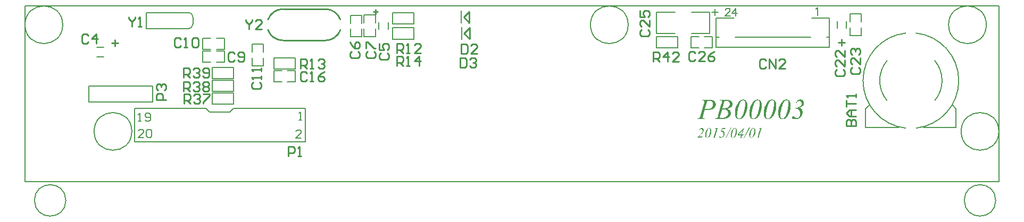
<source format=gto>
%FSLAX25Y25*%
%MOIN*%
G70*
G01*
G75*
G04 Layer_Color=65535*
%ADD10C,0.03937*%
%ADD11C,0.03937*%
%ADD12R,0.03937X0.04724*%
%ADD13R,0.07874X0.11024*%
%ADD14R,0.06693X0.03740*%
%ADD15R,0.03740X0.06693*%
%ADD16R,0.05906X0.05118*%
%ADD17R,0.09213X0.08600*%
%ADD18R,0.04724X0.03937*%
G04:AMPARAMS|DCode=19|XSize=98.43mil|YSize=236.22mil|CornerRadius=0mil|HoleSize=0mil|Usage=FLASHONLY|Rotation=0.000|XOffset=0mil|YOffset=0mil|HoleType=Round|Shape=Octagon|*
%AMOCTAGOND19*
4,1,8,-0.02461,0.11811,0.02461,0.11811,0.04921,0.09350,0.04921,-0.09350,0.02461,-0.11811,-0.02461,-0.11811,-0.04921,-0.09350,-0.04921,0.09350,-0.02461,0.11811,0.0*
%
%ADD19OCTAGOND19*%

%ADD20O,0.09843X0.23622*%
%ADD21R,0.07874X0.07874*%
%ADD22R,0.01181X0.05512*%
%ADD23C,0.00800*%
%ADD24C,0.03000*%
%ADD25C,0.04000*%
%ADD26C,0.01000*%
%ADD27C,0.03200*%
%ADD28C,0.01600*%
%ADD29C,0.02000*%
%ADD30C,0.01500*%
%ADD31C,0.00500*%
%ADD32C,0.01969*%
%ADD33C,0.05906*%
%ADD34R,0.05906X0.05906*%
%ADD35C,0.24410*%
%ADD36C,0.20472*%
%ADD37C,0.05000*%
%ADD38O,0.05000X0.04000*%
%ADD39C,0.06299*%
%ADD40C,0.06000*%
%ADD41C,0.04331*%
%ADD42R,0.05118X0.05118*%
%ADD43C,0.05118*%
%ADD44C,0.02400*%
%ADD45C,0.03600*%
%ADD46R,0.11024X0.07874*%
%ADD47O,0.07480X0.02362*%
%ADD48O,0.06102X0.00984*%
%ADD49O,0.00984X0.06102*%
%ADD50R,0.05512X0.03937*%
%ADD51C,0.00787*%
%ADD52C,0.00700*%
%ADD53R,0.01075X0.08000*%
G36*
X429501Y-58914D02*
X429638D01*
X429834Y-58933D01*
X430224Y-58992D01*
X430673Y-59089D01*
X431142Y-59226D01*
X431572Y-59422D01*
X431786Y-59558D01*
X431962Y-59695D01*
X431982D01*
X432001Y-59734D01*
X432119Y-59832D01*
X432255Y-60008D01*
X432431Y-60242D01*
X432607Y-60515D01*
X432763Y-60847D01*
X432861Y-61238D01*
X432880Y-61433D01*
X432900Y-61648D01*
Y-61668D01*
Y-61687D01*
Y-61804D01*
X432861Y-61980D01*
X432822Y-62214D01*
X432763Y-62488D01*
X432646Y-62781D01*
X432509Y-63093D01*
X432314Y-63425D01*
X432294Y-63464D01*
X432197Y-63562D01*
X432060Y-63718D01*
X431884Y-63914D01*
X431630Y-64148D01*
X431337Y-64363D01*
X430986Y-64597D01*
X430576Y-64812D01*
X430556D01*
X430517Y-64831D01*
X430458Y-64851D01*
X430380Y-64890D01*
X430263Y-64929D01*
X430146Y-64988D01*
X429834Y-65066D01*
X429462Y-65163D01*
X429052Y-65261D01*
X428584Y-65320D01*
X428095Y-65339D01*
X427939D01*
X427763Y-65320D01*
X427509Y-65300D01*
X427216Y-65261D01*
X426845Y-65222D01*
X426435Y-65144D01*
X425986Y-65046D01*
X424990Y-68484D01*
Y-68503D01*
X424970Y-68523D01*
X424951Y-68581D01*
X424931Y-68659D01*
X424892Y-68854D01*
X424834Y-69069D01*
X424756Y-69304D01*
X424717Y-69538D01*
X424678Y-69753D01*
X424658Y-69909D01*
Y-69929D01*
Y-69948D01*
X424697Y-70065D01*
X424756Y-70202D01*
X424814Y-70261D01*
X424892Y-70339D01*
X424912D01*
X424951Y-70358D01*
X425010Y-70397D01*
X425127Y-70437D01*
X425264Y-70476D01*
X425478Y-70495D01*
X425713Y-70534D01*
X426025Y-70554D01*
X425947Y-70866D01*
X421260D01*
X421357Y-70554D01*
X421514D01*
X421670Y-70534D01*
X421865Y-70515D01*
X422080Y-70476D01*
X422295Y-70417D01*
X422490Y-70339D01*
X422647Y-70241D01*
X422666Y-70222D01*
X422705Y-70163D01*
X422783Y-70065D01*
X422881Y-69890D01*
X422998Y-69655D01*
X423057Y-69519D01*
X423135Y-69343D01*
X423213Y-69147D01*
X423271Y-68933D01*
X423350Y-68698D01*
X423428Y-68444D01*
X425381Y-61628D01*
Y-61609D01*
X425400Y-61570D01*
X425420Y-61511D01*
X425439Y-61433D01*
X425498Y-61218D01*
X425556Y-60964D01*
X425615Y-60691D01*
X425674Y-60418D01*
X425713Y-60164D01*
X425732Y-59968D01*
Y-59949D01*
Y-59910D01*
X425693Y-59793D01*
X425635Y-59636D01*
X425556Y-59558D01*
X425478Y-59480D01*
X425459Y-59461D01*
X425420Y-59441D01*
X425361Y-59402D01*
X425264Y-59363D01*
X425107Y-59324D01*
X424912Y-59265D01*
X424678Y-59226D01*
X424385Y-59207D01*
X424482Y-58894D01*
X429365D01*
X429501Y-58914D01*
D02*
G37*
G36*
X486158Y-58699D02*
X486392Y-58738D01*
X486666Y-58816D01*
X486959Y-58914D01*
X487232Y-59070D01*
X487486Y-59285D01*
X487506Y-59304D01*
X487584Y-59402D01*
X487681Y-59539D01*
X487818Y-59715D01*
X487935Y-59949D01*
X488033Y-60222D01*
X488111Y-60515D01*
X488131Y-60867D01*
Y-60906D01*
Y-61004D01*
X488092Y-61160D01*
X488052Y-61355D01*
X487974Y-61609D01*
X487877Y-61863D01*
X487720Y-62136D01*
X487525Y-62429D01*
X487506Y-62468D01*
X487408Y-62546D01*
X487252Y-62703D01*
X487037Y-62878D01*
X486763Y-63074D01*
X486392Y-63308D01*
X485963Y-63523D01*
X485728Y-63640D01*
X485455Y-63757D01*
X485474D01*
X485494Y-63777D01*
X485611Y-63835D01*
X485767Y-63914D01*
X485982Y-64050D01*
X486197Y-64206D01*
X486432Y-64382D01*
X486646Y-64617D01*
X486842Y-64870D01*
X486861Y-64909D01*
X486920Y-64988D01*
X486998Y-65144D01*
X487076Y-65339D01*
X487154Y-65593D01*
X487232Y-65886D01*
X487291Y-66218D01*
X487310Y-66570D01*
Y-66589D01*
Y-66609D01*
Y-66687D01*
Y-66765D01*
X487271Y-66980D01*
X487232Y-67253D01*
X487154Y-67585D01*
X487037Y-67956D01*
X486881Y-68366D01*
X486666Y-68776D01*
Y-68796D01*
X486646Y-68815D01*
X486607Y-68874D01*
X486549Y-68952D01*
X486412Y-69167D01*
X486197Y-69401D01*
X485963Y-69694D01*
X485650Y-69968D01*
X485299Y-70241D01*
X484908Y-70495D01*
X484889D01*
X484869Y-70515D01*
X484791Y-70554D01*
X484713Y-70593D01*
X484615Y-70632D01*
X484498Y-70671D01*
X484205Y-70788D01*
X483853Y-70886D01*
X483463Y-70983D01*
X483033Y-71061D01*
X482584Y-71081D01*
X482408D01*
X482193Y-71061D01*
X481959Y-71042D01*
X481686Y-70983D01*
X481412Y-70925D01*
X481139Y-70827D01*
X480904Y-70710D01*
X480885Y-70690D01*
X480846Y-70651D01*
X480787Y-70612D01*
X480729Y-70534D01*
X480592Y-70339D01*
X480553Y-70222D01*
X480533Y-70085D01*
Y-70065D01*
Y-70026D01*
X480553Y-69968D01*
Y-69909D01*
X480631Y-69733D01*
X480670Y-69636D01*
X480748Y-69558D01*
X480768Y-69538D01*
X480787Y-69519D01*
X480904Y-69440D01*
X481080Y-69362D01*
X481178Y-69323D01*
X481451D01*
X481588Y-69362D01*
X481764Y-69401D01*
X481803Y-69421D01*
X481842D01*
X481901Y-69460D01*
X481998Y-69499D01*
X482115Y-69558D01*
X482252Y-69655D01*
X482447Y-69753D01*
X482467Y-69772D01*
X482545Y-69811D01*
X482643Y-69851D01*
X482760Y-69929D01*
X483053Y-70065D01*
X483189Y-70124D01*
X483307Y-70163D01*
X483326D01*
X483365Y-70183D01*
X483424Y-70202D01*
X483502D01*
X483717Y-70241D01*
X483951Y-70261D01*
X483990D01*
X484088Y-70241D01*
X484225Y-70202D01*
X484420Y-70144D01*
X484615Y-70026D01*
X484850Y-69870D01*
X485064Y-69636D01*
X485162Y-69499D01*
X485260Y-69343D01*
Y-69323D01*
X485279Y-69304D01*
X485338Y-69187D01*
X485435Y-68991D01*
X485533Y-68757D01*
X485611Y-68464D01*
X485709Y-68132D01*
X485767Y-67761D01*
X485787Y-67390D01*
Y-67370D01*
Y-67351D01*
Y-67253D01*
X485767Y-67077D01*
X485748Y-66882D01*
X485709Y-66648D01*
X485631Y-66374D01*
X485553Y-66120D01*
X485435Y-65867D01*
X485416Y-65827D01*
X485377Y-65749D01*
X485279Y-65632D01*
X485162Y-65476D01*
X485006Y-65320D01*
X484810Y-65124D01*
X484596Y-64949D01*
X484322Y-64792D01*
X484283Y-64773D01*
X484186Y-64734D01*
X484049Y-64656D01*
X483834Y-64578D01*
X483600Y-64499D01*
X483326Y-64421D01*
X483033Y-64363D01*
X482701Y-64324D01*
Y-64070D01*
X482721D01*
X482799Y-64050D01*
X482897Y-64031D01*
X483053Y-64011D01*
X483228Y-63972D01*
X483424Y-63914D01*
X483658Y-63855D01*
X483893Y-63796D01*
X484420Y-63621D01*
X484947Y-63406D01*
X485455Y-63132D01*
X485670Y-62976D01*
X485885Y-62800D01*
X485924Y-62761D01*
X486002Y-62683D01*
X486119Y-62546D01*
X486275Y-62351D01*
X486412Y-62117D01*
X486529Y-61843D01*
X486607Y-61550D01*
X486646Y-61218D01*
Y-61179D01*
Y-61101D01*
X486627Y-60964D01*
X486588Y-60808D01*
X486529Y-60632D01*
X486451Y-60437D01*
X486353Y-60242D01*
X486197Y-60066D01*
X486178Y-60046D01*
X486119Y-59988D01*
X486021Y-59910D01*
X485904Y-59832D01*
X485728Y-59754D01*
X485553Y-59676D01*
X485357Y-59617D01*
X485123Y-59597D01*
X485084D01*
X484967Y-59617D01*
X484771Y-59656D01*
X484537Y-59754D01*
X484264Y-59890D01*
X484127Y-59988D01*
X483971Y-60105D01*
X483834Y-60242D01*
X483678Y-60418D01*
X483522Y-60593D01*
X483385Y-60808D01*
X483053Y-60711D01*
Y-60691D01*
X483072Y-60672D01*
X483131Y-60554D01*
X483228Y-60359D01*
X483365Y-60144D01*
X483541Y-59910D01*
X483736Y-59656D01*
X483971Y-59402D01*
X484225Y-59187D01*
X484264Y-59168D01*
X484342Y-59109D01*
X484498Y-59011D01*
X484693Y-58914D01*
X484928Y-58836D01*
X485182Y-58738D01*
X485474Y-58679D01*
X485787Y-58660D01*
X485963D01*
X486158Y-58699D01*
D02*
G37*
G36*
X439277Y-82814D02*
X438896D01*
X442263Y-76402D01*
X442644D01*
X439277Y-82814D01*
D02*
G37*
G36*
X428853Y-76587D02*
X428951Y-76606D01*
X429087Y-76636D01*
X429234Y-76694D01*
X429400Y-76782D01*
X429478Y-76831D01*
X429556Y-76899D01*
X429634Y-76968D01*
X429712Y-77055D01*
Y-77065D01*
X429732Y-77075D01*
X429751Y-77104D01*
X429771Y-77143D01*
X429800Y-77192D01*
X429839Y-77260D01*
X429868Y-77329D01*
X429907Y-77416D01*
X429946Y-77514D01*
X429976Y-77622D01*
X430015Y-77748D01*
X430044Y-77885D01*
X430063Y-78031D01*
X430083Y-78188D01*
X430102Y-78363D01*
Y-78549D01*
Y-78558D01*
Y-78588D01*
Y-78636D01*
Y-78695D01*
X430093Y-78773D01*
X430083Y-78871D01*
Y-78978D01*
X430063Y-79095D01*
X430054Y-79222D01*
X430034Y-79369D01*
X429976Y-79661D01*
X429907Y-79983D01*
X429810Y-80325D01*
Y-80335D01*
X429800Y-80364D01*
X429780Y-80413D01*
X429761Y-80481D01*
X429732Y-80559D01*
X429693Y-80647D01*
X429653Y-80745D01*
X429605Y-80862D01*
X429488Y-81106D01*
X429351Y-81369D01*
X429185Y-81643D01*
X429000Y-81896D01*
Y-81906D01*
X428980Y-81916D01*
X428961Y-81945D01*
X428931Y-81984D01*
X428843Y-82072D01*
X428736Y-82189D01*
X428609Y-82316D01*
X428463Y-82443D01*
X428297Y-82560D01*
X428131Y-82658D01*
X428121Y-82667D01*
X428082Y-82677D01*
X428033Y-82697D01*
X427955Y-82716D01*
X427867Y-82745D01*
X427760Y-82765D01*
X427643Y-82775D01*
X427516Y-82784D01*
X427457D01*
X427418Y-82775D01*
X427321Y-82755D01*
X427184Y-82726D01*
X427038Y-82667D01*
X426872Y-82589D01*
X426716Y-82472D01*
X426638Y-82394D01*
X426559Y-82316D01*
Y-82306D01*
X426540Y-82297D01*
X426520Y-82267D01*
X426501Y-82228D01*
X426472Y-82179D01*
X426442Y-82111D01*
X426403Y-82043D01*
X426374Y-81955D01*
X426335Y-81857D01*
X426296Y-81750D01*
X426267Y-81623D01*
X426237Y-81486D01*
X426218Y-81340D01*
X426198Y-81184D01*
X426179Y-81008D01*
Y-80823D01*
Y-80813D01*
Y-80774D01*
Y-80725D01*
X426189Y-80647D01*
Y-80559D01*
X426198Y-80452D01*
X426208Y-80325D01*
X426228Y-80188D01*
X426247Y-80042D01*
X426276Y-79886D01*
X426335Y-79544D01*
X426433Y-79173D01*
X426559Y-78793D01*
X426569Y-78783D01*
X426579Y-78744D01*
X426608Y-78676D01*
X426647Y-78597D01*
X426686Y-78500D01*
X426745Y-78383D01*
X426803Y-78256D01*
X426882Y-78119D01*
X427047Y-77826D01*
X427243Y-77524D01*
X427467Y-77241D01*
X427594Y-77104D01*
X427721Y-76987D01*
X427731Y-76977D01*
X427740Y-76968D01*
X427770Y-76948D01*
X427799Y-76919D01*
X427897Y-76860D01*
X428023Y-76782D01*
X428180Y-76704D01*
X428355Y-76645D01*
X428551Y-76597D01*
X428756Y-76577D01*
X428814D01*
X428853Y-76587D01*
D02*
G37*
G36*
X450823Y-82814D02*
X450442D01*
X453809Y-76402D01*
X454190D01*
X450823Y-82814D01*
D02*
G37*
G36*
X459226Y-58679D02*
X459421Y-58719D01*
X459695Y-58777D01*
X459988Y-58894D01*
X460320Y-59070D01*
X460476Y-59168D01*
X460632Y-59304D01*
X460789Y-59441D01*
X460945Y-59617D01*
Y-59636D01*
X460984Y-59656D01*
X461023Y-59715D01*
X461062Y-59793D01*
X461121Y-59890D01*
X461199Y-60027D01*
X461257Y-60164D01*
X461335Y-60339D01*
X461413Y-60535D01*
X461472Y-60750D01*
X461550Y-61004D01*
X461609Y-61277D01*
X461648Y-61570D01*
X461687Y-61882D01*
X461726Y-62234D01*
Y-62605D01*
Y-62625D01*
Y-62683D01*
Y-62781D01*
Y-62898D01*
X461706Y-63054D01*
X461687Y-63249D01*
Y-63464D01*
X461648Y-63699D01*
X461628Y-63952D01*
X461589Y-64245D01*
X461472Y-64831D01*
X461335Y-65476D01*
X461140Y-66159D01*
Y-66179D01*
X461121Y-66237D01*
X461082Y-66335D01*
X461042Y-66472D01*
X460984Y-66628D01*
X460906Y-66804D01*
X460828Y-66999D01*
X460730Y-67234D01*
X460496Y-67722D01*
X460222Y-68249D01*
X459890Y-68796D01*
X459519Y-69304D01*
Y-69323D01*
X459480Y-69343D01*
X459441Y-69401D01*
X459382Y-69480D01*
X459207Y-69655D01*
X458992Y-69890D01*
X458738Y-70144D01*
X458445Y-70397D01*
X458113Y-70632D01*
X457781Y-70827D01*
X457761Y-70847D01*
X457683Y-70866D01*
X457586Y-70905D01*
X457429Y-70944D01*
X457254Y-71003D01*
X457039Y-71042D01*
X456804Y-71061D01*
X456551Y-71081D01*
X456433D01*
X456355Y-71061D01*
X456160Y-71022D01*
X455887Y-70964D01*
X455594Y-70847D01*
X455262Y-70690D01*
X454949Y-70456D01*
X454793Y-70300D01*
X454637Y-70144D01*
Y-70124D01*
X454598Y-70104D01*
X454559Y-70046D01*
X454519Y-69968D01*
X454461Y-69870D01*
X454402Y-69733D01*
X454324Y-69597D01*
X454265Y-69421D01*
X454187Y-69226D01*
X454109Y-69011D01*
X454051Y-68757D01*
X453992Y-68484D01*
X453953Y-68190D01*
X453914Y-67878D01*
X453875Y-67527D01*
Y-67155D01*
Y-67136D01*
Y-67058D01*
Y-66960D01*
X453895Y-66804D01*
Y-66628D01*
X453914Y-66413D01*
X453933Y-66159D01*
X453973Y-65886D01*
X454012Y-65593D01*
X454070Y-65281D01*
X454187Y-64597D01*
X454383Y-63855D01*
X454637Y-63093D01*
X454656Y-63074D01*
X454676Y-62996D01*
X454734Y-62859D01*
X454812Y-62703D01*
X454890Y-62507D01*
X455008Y-62273D01*
X455125Y-62019D01*
X455281Y-61746D01*
X455613Y-61160D01*
X456004Y-60554D01*
X456453Y-59988D01*
X456707Y-59715D01*
X456961Y-59480D01*
X456980Y-59461D01*
X457000Y-59441D01*
X457058Y-59402D01*
X457117Y-59343D01*
X457312Y-59226D01*
X457566Y-59070D01*
X457879Y-58914D01*
X458230Y-58797D01*
X458621Y-58699D01*
X459031Y-58660D01*
X459148D01*
X459226Y-58679D01*
D02*
G37*
G36*
X450184D02*
X450379Y-58719D01*
X450653Y-58777D01*
X450945Y-58894D01*
X451277Y-59070D01*
X451434Y-59168D01*
X451590Y-59304D01*
X451746Y-59441D01*
X451902Y-59617D01*
Y-59636D01*
X451941Y-59656D01*
X451980Y-59715D01*
X452020Y-59793D01*
X452078Y-59890D01*
X452156Y-60027D01*
X452215Y-60164D01*
X452293Y-60339D01*
X452371Y-60535D01*
X452430Y-60750D01*
X452508Y-61004D01*
X452566Y-61277D01*
X452605Y-61570D01*
X452644Y-61882D01*
X452684Y-62234D01*
Y-62605D01*
Y-62625D01*
Y-62683D01*
Y-62781D01*
Y-62898D01*
X452664Y-63054D01*
X452644Y-63249D01*
Y-63464D01*
X452605Y-63699D01*
X452586Y-63952D01*
X452547Y-64245D01*
X452430Y-64831D01*
X452293Y-65476D01*
X452098Y-66159D01*
Y-66179D01*
X452078Y-66237D01*
X452039Y-66335D01*
X452000Y-66472D01*
X451941Y-66628D01*
X451863Y-66804D01*
X451785Y-66999D01*
X451688Y-67234D01*
X451453Y-67722D01*
X451180Y-68249D01*
X450848Y-68796D01*
X450477Y-69304D01*
Y-69323D01*
X450438Y-69343D01*
X450399Y-69401D01*
X450340Y-69480D01*
X450164Y-69655D01*
X449949Y-69890D01*
X449695Y-70144D01*
X449403Y-70397D01*
X449071Y-70632D01*
X448739Y-70827D01*
X448719Y-70847D01*
X448641Y-70866D01*
X448543Y-70905D01*
X448387Y-70944D01*
X448211Y-71003D01*
X447996Y-71042D01*
X447762Y-71061D01*
X447508Y-71081D01*
X447391D01*
X447313Y-71061D01*
X447118Y-71022D01*
X446844Y-70964D01*
X446551Y-70847D01*
X446219Y-70690D01*
X445907Y-70456D01*
X445751Y-70300D01*
X445594Y-70144D01*
Y-70124D01*
X445555Y-70104D01*
X445516Y-70046D01*
X445477Y-69968D01*
X445419Y-69870D01*
X445360Y-69733D01*
X445282Y-69597D01*
X445223Y-69421D01*
X445145Y-69226D01*
X445067Y-69011D01*
X445008Y-68757D01*
X444950Y-68484D01*
X444911Y-68190D01*
X444872Y-67878D01*
X444833Y-67527D01*
Y-67155D01*
Y-67136D01*
Y-67058D01*
Y-66960D01*
X444852Y-66804D01*
Y-66628D01*
X444872Y-66413D01*
X444891Y-66159D01*
X444930Y-65886D01*
X444969Y-65593D01*
X445028Y-65281D01*
X445145Y-64597D01*
X445340Y-63855D01*
X445594Y-63093D01*
X445614Y-63074D01*
X445633Y-62996D01*
X445692Y-62859D01*
X445770Y-62703D01*
X445848Y-62507D01*
X445965Y-62273D01*
X446082Y-62019D01*
X446239Y-61746D01*
X446571Y-61160D01*
X446961Y-60554D01*
X447410Y-59988D01*
X447664Y-59715D01*
X447918Y-59480D01*
X447938Y-59461D01*
X447957Y-59441D01*
X448016Y-59402D01*
X448074Y-59343D01*
X448270Y-59226D01*
X448524Y-59070D01*
X448836Y-58914D01*
X449188Y-58797D01*
X449578Y-58699D01*
X449989Y-58660D01*
X450106D01*
X450184Y-58679D01*
D02*
G37*
G36*
X468268D02*
X468464Y-58719D01*
X468737Y-58777D01*
X469030Y-58894D01*
X469362Y-59070D01*
X469519Y-59168D01*
X469675Y-59304D01*
X469831Y-59441D01*
X469987Y-59617D01*
Y-59636D01*
X470026Y-59656D01*
X470065Y-59715D01*
X470104Y-59793D01*
X470163Y-59890D01*
X470241Y-60027D01*
X470300Y-60164D01*
X470378Y-60339D01*
X470456Y-60535D01*
X470514Y-60750D01*
X470593Y-61004D01*
X470651Y-61277D01*
X470690Y-61570D01*
X470729Y-61882D01*
X470768Y-62234D01*
Y-62605D01*
Y-62625D01*
Y-62683D01*
Y-62781D01*
Y-62898D01*
X470749Y-63054D01*
X470729Y-63249D01*
Y-63464D01*
X470690Y-63699D01*
X470671Y-63952D01*
X470632Y-64245D01*
X470514Y-64831D01*
X470378Y-65476D01*
X470183Y-66159D01*
Y-66179D01*
X470163Y-66237D01*
X470124Y-66335D01*
X470085Y-66472D01*
X470026Y-66628D01*
X469948Y-66804D01*
X469870Y-66999D01*
X469772Y-67234D01*
X469538Y-67722D01*
X469265Y-68249D01*
X468933Y-68796D01*
X468562Y-69304D01*
Y-69323D01*
X468522Y-69343D01*
X468483Y-69401D01*
X468425Y-69480D01*
X468249Y-69655D01*
X468034Y-69890D01*
X467780Y-70144D01*
X467487Y-70397D01*
X467155Y-70632D01*
X466823Y-70827D01*
X466804Y-70847D01*
X466726Y-70866D01*
X466628Y-70905D01*
X466472Y-70944D01*
X466296Y-71003D01*
X466081Y-71042D01*
X465847Y-71061D01*
X465593Y-71081D01*
X465476D01*
X465398Y-71061D01*
X465202Y-71022D01*
X464929Y-70964D01*
X464636Y-70847D01*
X464304Y-70690D01*
X463991Y-70456D01*
X463835Y-70300D01*
X463679Y-70144D01*
Y-70124D01*
X463640Y-70104D01*
X463601Y-70046D01*
X463562Y-69968D01*
X463503Y-69870D01*
X463445Y-69733D01*
X463367Y-69597D01*
X463308Y-69421D01*
X463230Y-69226D01*
X463152Y-69011D01*
X463093Y-68757D01*
X463034Y-68484D01*
X462995Y-68190D01*
X462956Y-67878D01*
X462917Y-67527D01*
Y-67155D01*
Y-67136D01*
Y-67058D01*
Y-66960D01*
X462937Y-66804D01*
Y-66628D01*
X462956Y-66413D01*
X462976Y-66159D01*
X463015Y-65886D01*
X463054Y-65593D01*
X463113Y-65281D01*
X463230Y-64597D01*
X463425Y-63855D01*
X463679Y-63093D01*
X463698Y-63074D01*
X463718Y-62996D01*
X463777Y-62859D01*
X463855Y-62703D01*
X463933Y-62507D01*
X464050Y-62273D01*
X464167Y-62019D01*
X464324Y-61746D01*
X464655Y-61160D01*
X465046Y-60554D01*
X465495Y-59988D01*
X465749Y-59715D01*
X466003Y-59480D01*
X466023Y-59461D01*
X466042Y-59441D01*
X466101Y-59402D01*
X466159Y-59343D01*
X466355Y-59226D01*
X466608Y-59070D01*
X466921Y-58914D01*
X467273Y-58797D01*
X467663Y-58699D01*
X468073Y-58660D01*
X468190D01*
X468268Y-58679D01*
D02*
G37*
G36*
X440145Y-58914D02*
X440399Y-58933D01*
X440692Y-58972D01*
X441024Y-59051D01*
X441337Y-59129D01*
X441669Y-59246D01*
X441688D01*
X441708Y-59265D01*
X441805Y-59304D01*
X441962Y-59382D01*
X442157Y-59480D01*
X442352Y-59617D01*
X442567Y-59773D01*
X442782Y-59968D01*
X442958Y-60183D01*
X442977Y-60203D01*
X443016Y-60281D01*
X443094Y-60398D01*
X443173Y-60554D01*
X443251Y-60750D01*
X443329Y-60964D01*
X443368Y-61199D01*
X443387Y-61453D01*
Y-61472D01*
Y-61492D01*
Y-61550D01*
X443368Y-61628D01*
X443348Y-61824D01*
X443290Y-62078D01*
X443192Y-62371D01*
X443055Y-62683D01*
X442860Y-62996D01*
X442587Y-63328D01*
X442548Y-63367D01*
X442509Y-63406D01*
X442430Y-63464D01*
X442352Y-63523D01*
X442255Y-63601D01*
X442118Y-63699D01*
X441981Y-63777D01*
X441805Y-63874D01*
X441610Y-63992D01*
X441415Y-64089D01*
X441180Y-64187D01*
X440927Y-64284D01*
X440653Y-64382D01*
X440341Y-64460D01*
X440028Y-64538D01*
X440048D01*
X440087Y-64558D01*
X440145Y-64578D01*
X440224Y-64617D01*
X440419Y-64695D01*
X440692Y-64831D01*
X440966Y-64988D01*
X441239Y-65163D01*
X441512Y-65398D01*
X441747Y-65632D01*
X441766Y-65671D01*
X441845Y-65749D01*
X441923Y-65886D01*
X442040Y-66062D01*
X442137Y-66277D01*
X442235Y-66531D01*
X442294Y-66804D01*
X442313Y-67097D01*
Y-67136D01*
Y-67253D01*
X442294Y-67429D01*
X442255Y-67644D01*
X442196Y-67917D01*
X442118Y-68190D01*
X442001Y-68503D01*
X441845Y-68815D01*
X441825Y-68854D01*
X441766Y-68952D01*
X441669Y-69089D01*
X441532Y-69265D01*
X441356Y-69480D01*
X441161Y-69675D01*
X440927Y-69890D01*
X440673Y-70065D01*
X440634Y-70085D01*
X440536Y-70144D01*
X440399Y-70222D01*
X440184Y-70319D01*
X439930Y-70417D01*
X439638Y-70534D01*
X439306Y-70632D01*
X438935Y-70729D01*
X438895D01*
X438798Y-70749D01*
X438622Y-70768D01*
X438388Y-70788D01*
X438075Y-70827D01*
X437685Y-70847D01*
X437216Y-70866D01*
X432314D01*
X432431Y-70554D01*
X432646D01*
X432802Y-70534D01*
X433095Y-70495D01*
X433232Y-70476D01*
X433349Y-70437D01*
X433368D01*
X433407Y-70417D01*
X433466Y-70378D01*
X433544Y-70319D01*
X433720Y-70202D01*
X433857Y-70026D01*
X433876Y-70007D01*
X433896Y-69948D01*
X433935Y-69851D01*
X434013Y-69714D01*
X434091Y-69499D01*
X434189Y-69226D01*
X434306Y-68894D01*
X434365Y-68698D01*
X434423Y-68484D01*
X436493Y-61218D01*
Y-61199D01*
X436513Y-61179D01*
X436532Y-61062D01*
X436571Y-60906D01*
X436630Y-60711D01*
X436728Y-60281D01*
X436747Y-60086D01*
X436767Y-59929D01*
Y-59910D01*
Y-59871D01*
X436747Y-59812D01*
X436728Y-59734D01*
X436669Y-59578D01*
X436591Y-59500D01*
X436513Y-59422D01*
X436493D01*
X436474Y-59382D01*
X436396Y-59363D01*
X436317Y-59324D01*
X436181Y-59285D01*
X436025Y-59265D01*
X435829Y-59226D01*
X435419D01*
X435321Y-59207D01*
X435439Y-58894D01*
X439930D01*
X440145Y-58914D01*
D02*
G37*
G36*
X477311Y-58679D02*
X477506Y-58719D01*
X477780Y-58777D01*
X478073Y-58894D01*
X478405Y-59070D01*
X478561Y-59168D01*
X478717Y-59304D01*
X478873Y-59441D01*
X479030Y-59617D01*
Y-59636D01*
X479069Y-59656D01*
X479108Y-59715D01*
X479147Y-59793D01*
X479205Y-59890D01*
X479284Y-60027D01*
X479342Y-60164D01*
X479420Y-60339D01*
X479498Y-60535D01*
X479557Y-60750D01*
X479635Y-61004D01*
X479694Y-61277D01*
X479733Y-61570D01*
X479772Y-61882D01*
X479811Y-62234D01*
Y-62605D01*
Y-62625D01*
Y-62683D01*
Y-62781D01*
Y-62898D01*
X479791Y-63054D01*
X479772Y-63249D01*
Y-63464D01*
X479733Y-63699D01*
X479713Y-63952D01*
X479674Y-64245D01*
X479557Y-64831D01*
X479420Y-65476D01*
X479225Y-66159D01*
Y-66179D01*
X479205Y-66237D01*
X479166Y-66335D01*
X479127Y-66472D01*
X479069Y-66628D01*
X478991Y-66804D01*
X478912Y-66999D01*
X478815Y-67234D01*
X478580Y-67722D01*
X478307Y-68249D01*
X477975Y-68796D01*
X477604Y-69304D01*
Y-69323D01*
X477565Y-69343D01*
X477526Y-69401D01*
X477467Y-69480D01*
X477291Y-69655D01*
X477077Y-69890D01*
X476823Y-70144D01*
X476530Y-70397D01*
X476198Y-70632D01*
X475866Y-70827D01*
X475846Y-70847D01*
X475768Y-70866D01*
X475670Y-70905D01*
X475514Y-70944D01*
X475338Y-71003D01*
X475124Y-71042D01*
X474889Y-71061D01*
X474635Y-71081D01*
X474518D01*
X474440Y-71061D01*
X474245Y-71022D01*
X473971Y-70964D01*
X473678Y-70847D01*
X473346Y-70690D01*
X473034Y-70456D01*
X472878Y-70300D01*
X472721Y-70144D01*
Y-70124D01*
X472682Y-70104D01*
X472643Y-70046D01*
X472604Y-69968D01*
X472546Y-69870D01*
X472487Y-69733D01*
X472409Y-69597D01*
X472350Y-69421D01*
X472272Y-69226D01*
X472194Y-69011D01*
X472135Y-68757D01*
X472077Y-68484D01*
X472038Y-68190D01*
X471999Y-67878D01*
X471960Y-67527D01*
Y-67155D01*
Y-67136D01*
Y-67058D01*
Y-66960D01*
X471979Y-66804D01*
Y-66628D01*
X471999Y-66413D01*
X472018Y-66159D01*
X472057Y-65886D01*
X472096Y-65593D01*
X472155Y-65281D01*
X472272Y-64597D01*
X472468Y-63855D01*
X472721Y-63093D01*
X472741Y-63074D01*
X472760Y-62996D01*
X472819Y-62859D01*
X472897Y-62703D01*
X472975Y-62507D01*
X473093Y-62273D01*
X473210Y-62019D01*
X473366Y-61746D01*
X473698Y-61160D01*
X474088Y-60554D01*
X474538Y-59988D01*
X474792Y-59715D01*
X475045Y-59480D01*
X475065Y-59461D01*
X475084Y-59441D01*
X475143Y-59402D01*
X475202Y-59343D01*
X475397Y-59226D01*
X475651Y-59070D01*
X475963Y-58914D01*
X476315Y-58797D01*
X476706Y-58699D01*
X477116Y-58660D01*
X477233D01*
X477311Y-58679D01*
D02*
G37*
G36*
X444918Y-76587D02*
X445016Y-76606D01*
X445152Y-76636D01*
X445299Y-76694D01*
X445465Y-76782D01*
X445543Y-76831D01*
X445621Y-76899D01*
X445699Y-76968D01*
X445777Y-77055D01*
Y-77065D01*
X445796Y-77075D01*
X445816Y-77104D01*
X445835Y-77143D01*
X445865Y-77192D01*
X445904Y-77260D01*
X445933Y-77329D01*
X445972Y-77416D01*
X446011Y-77514D01*
X446040Y-77622D01*
X446079Y-77748D01*
X446109Y-77885D01*
X446128Y-78031D01*
X446148Y-78188D01*
X446167Y-78363D01*
Y-78549D01*
Y-78558D01*
Y-78588D01*
Y-78636D01*
Y-78695D01*
X446158Y-78773D01*
X446148Y-78871D01*
Y-78978D01*
X446128Y-79095D01*
X446119Y-79222D01*
X446099Y-79369D01*
X446040Y-79661D01*
X445972Y-79983D01*
X445875Y-80325D01*
Y-80335D01*
X445865Y-80364D01*
X445845Y-80413D01*
X445826Y-80481D01*
X445796Y-80559D01*
X445757Y-80647D01*
X445718Y-80745D01*
X445670Y-80862D01*
X445552Y-81106D01*
X445416Y-81369D01*
X445250Y-81643D01*
X445064Y-81896D01*
Y-81906D01*
X445045Y-81916D01*
X445025Y-81945D01*
X444996Y-81984D01*
X444908Y-82072D01*
X444801Y-82189D01*
X444674Y-82316D01*
X444528Y-82443D01*
X444362Y-82560D01*
X444196Y-82658D01*
X444186Y-82667D01*
X444147Y-82677D01*
X444098Y-82697D01*
X444020Y-82716D01*
X443932Y-82745D01*
X443825Y-82765D01*
X443708Y-82775D01*
X443581Y-82784D01*
X443522D01*
X443483Y-82775D01*
X443386Y-82755D01*
X443249Y-82726D01*
X443103Y-82667D01*
X442937Y-82589D01*
X442781Y-82472D01*
X442703Y-82394D01*
X442625Y-82316D01*
Y-82306D01*
X442605Y-82297D01*
X442585Y-82267D01*
X442566Y-82228D01*
X442537Y-82179D01*
X442507Y-82111D01*
X442468Y-82043D01*
X442439Y-81955D01*
X442400Y-81857D01*
X442361Y-81750D01*
X442332Y-81623D01*
X442302Y-81486D01*
X442283Y-81340D01*
X442263Y-81184D01*
X442244Y-81008D01*
Y-80823D01*
Y-80813D01*
Y-80774D01*
Y-80725D01*
X442254Y-80647D01*
Y-80559D01*
X442263Y-80452D01*
X442273Y-80325D01*
X442293Y-80188D01*
X442312Y-80042D01*
X442341Y-79886D01*
X442400Y-79544D01*
X442498Y-79173D01*
X442625Y-78793D01*
X442634Y-78783D01*
X442644Y-78744D01*
X442673Y-78676D01*
X442712Y-78597D01*
X442751Y-78500D01*
X442810Y-78383D01*
X442869Y-78256D01*
X442947Y-78119D01*
X443113Y-77826D01*
X443308Y-77524D01*
X443532Y-77241D01*
X443659Y-77104D01*
X443786Y-76987D01*
X443796Y-76977D01*
X443805Y-76968D01*
X443835Y-76948D01*
X443864Y-76919D01*
X443962Y-76860D01*
X444089Y-76782D01*
X444245Y-76704D01*
X444420Y-76645D01*
X444616Y-76597D01*
X444820Y-76577D01*
X444879D01*
X444918Y-76587D01*
D02*
G37*
G36*
X438799Y-77426D02*
X436993D01*
X436671Y-78158D01*
X436681D01*
X436700Y-78168D01*
X436739D01*
X436788Y-78178D01*
X436847Y-78197D01*
X436915Y-78217D01*
X437081Y-78256D01*
X437256Y-78314D01*
X437442Y-78392D01*
X437618Y-78490D01*
X437783Y-78607D01*
X437793Y-78617D01*
X437813Y-78627D01*
X437842Y-78656D01*
X437881Y-78705D01*
X437930Y-78754D01*
X437979Y-78822D01*
X438037Y-78890D01*
X438096Y-78978D01*
X438154Y-79076D01*
X438213Y-79183D01*
X438262Y-79310D01*
X438311Y-79437D01*
X438350Y-79574D01*
X438379Y-79720D01*
X438398Y-79886D01*
X438408Y-80052D01*
Y-80062D01*
Y-80081D01*
Y-80110D01*
Y-80159D01*
X438398Y-80208D01*
Y-80276D01*
X438379Y-80423D01*
X438350Y-80589D01*
X438311Y-80784D01*
X438252Y-80969D01*
X438174Y-81164D01*
Y-81174D01*
X438164Y-81184D01*
X438135Y-81242D01*
X438086Y-81340D01*
X438018Y-81457D01*
X437940Y-81584D01*
X437842Y-81721D01*
X437735Y-81867D01*
X437618Y-81994D01*
X437598Y-82004D01*
X437559Y-82052D01*
X437491Y-82111D01*
X437403Y-82179D01*
X437305Y-82267D01*
X437178Y-82355D01*
X437051Y-82443D01*
X436915Y-82521D01*
X436905D01*
X436895Y-82531D01*
X436866Y-82541D01*
X436827Y-82560D01*
X436720Y-82609D01*
X436593Y-82648D01*
X436437Y-82697D01*
X436261Y-82745D01*
X436075Y-82775D01*
X435880Y-82784D01*
X435802D01*
X435724Y-82775D01*
X435627Y-82755D01*
X435509Y-82736D01*
X435392Y-82706D01*
X435285Y-82658D01*
X435178Y-82589D01*
X435168Y-82580D01*
X435148Y-82570D01*
X435119Y-82541D01*
X435090Y-82502D01*
X435031Y-82394D01*
X435012Y-82326D01*
X435002Y-82257D01*
Y-82248D01*
Y-82228D01*
X435012Y-82199D01*
Y-82170D01*
X435051Y-82082D01*
X435070Y-82033D01*
X435109Y-81994D01*
X435119Y-81984D01*
X435129Y-81975D01*
X435187Y-81935D01*
X435275Y-81896D01*
X435334Y-81877D01*
X435431D01*
X435480Y-81887D01*
X435548Y-81906D01*
X435627Y-81935D01*
X435714Y-81975D01*
X435812Y-82033D01*
X435919Y-82111D01*
X435929Y-82121D01*
X435949Y-82131D01*
X435978Y-82160D01*
X436027Y-82189D01*
X436115Y-82248D01*
X436163Y-82277D01*
X436212Y-82297D01*
X436232Y-82306D01*
X436271Y-82316D01*
X436339Y-82326D01*
X436427Y-82336D01*
X436476D01*
X436515Y-82326D01*
X436603Y-82306D01*
X436729Y-82277D01*
X436866Y-82218D01*
X437022Y-82131D01*
X437100Y-82072D01*
X437188Y-82004D01*
X437266Y-81935D01*
X437344Y-81848D01*
X437354Y-81838D01*
X437364Y-81828D01*
X437383Y-81799D01*
X437413Y-81760D01*
X437442Y-81711D01*
X437481Y-81652D01*
X437520Y-81574D01*
X437559Y-81496D01*
X437637Y-81311D01*
X437705Y-81086D01*
X437754Y-80832D01*
X437774Y-80696D01*
Y-80550D01*
Y-80540D01*
Y-80520D01*
Y-80501D01*
Y-80462D01*
X437764Y-80354D01*
X437745Y-80227D01*
X437715Y-80081D01*
X437676Y-79925D01*
X437627Y-79769D01*
X437549Y-79612D01*
X437539Y-79593D01*
X437510Y-79544D01*
X437461Y-79476D01*
X437393Y-79398D01*
X437315Y-79310D01*
X437208Y-79212D01*
X437100Y-79134D01*
X436973Y-79066D01*
X436954Y-79056D01*
X436915Y-79037D01*
X436837Y-79017D01*
X436729Y-78978D01*
X436603Y-78939D01*
X436446Y-78910D01*
X436261Y-78871D01*
X436056Y-78842D01*
X437012Y-76694D01*
X439004D01*
X438799Y-77426D01*
D02*
G37*
G36*
X432503Y-81525D02*
X432494Y-81545D01*
X432484Y-81594D01*
X432464Y-81672D01*
X432445Y-81770D01*
X432396Y-81975D01*
X432386Y-82072D01*
X432376Y-82160D01*
Y-82170D01*
Y-82189D01*
X432386Y-82218D01*
Y-82257D01*
X432425Y-82336D01*
X432445Y-82375D01*
X432484Y-82414D01*
X432494D01*
X432513Y-82423D01*
X432542Y-82443D01*
X432591Y-82453D01*
X432659Y-82472D01*
X432757Y-82492D01*
X432874Y-82511D01*
X433011Y-82521D01*
X432972Y-82677D01*
X430708D01*
X430766Y-82521D01*
X430893D01*
X430961Y-82511D01*
X431049D01*
X431127Y-82502D01*
X431195Y-82492D01*
X431244Y-82472D01*
X431254D01*
X431274Y-82453D01*
X431313Y-82433D01*
X431352Y-82414D01*
X431439Y-82345D01*
X431527Y-82257D01*
X431537Y-82248D01*
X431557Y-82218D01*
X431586Y-82160D01*
X431615Y-82092D01*
X431664Y-81984D01*
X431713Y-81857D01*
X431762Y-81711D01*
X431820Y-81525D01*
X432845Y-77963D01*
Y-77953D01*
X432855Y-77914D01*
X432874Y-77865D01*
X432894Y-77797D01*
X432903Y-77739D01*
X432923Y-77680D01*
X432933Y-77631D01*
X432943Y-77602D01*
Y-77582D01*
X432952Y-77543D01*
Y-77495D01*
Y-77426D01*
Y-77416D01*
Y-77397D01*
X432943Y-77338D01*
X432913Y-77260D01*
X432865Y-77182D01*
X432855Y-77172D01*
X432806Y-77134D01*
X432738Y-77104D01*
X432640Y-77094D01*
X432591D01*
X432552Y-77104D01*
X432503D01*
X432435Y-77114D01*
X432367Y-77124D01*
X432279Y-77143D01*
X432230Y-76987D01*
X433704Y-76577D01*
X433919D01*
X432503Y-81525D01*
D02*
G37*
G36*
X460114D02*
X460105Y-81545D01*
X460095Y-81594D01*
X460075Y-81672D01*
X460056Y-81770D01*
X460007Y-81975D01*
X459997Y-82072D01*
X459987Y-82160D01*
Y-82170D01*
Y-82189D01*
X459997Y-82218D01*
Y-82257D01*
X460036Y-82336D01*
X460056Y-82375D01*
X460095Y-82414D01*
X460105D01*
X460124Y-82423D01*
X460153Y-82443D01*
X460202Y-82453D01*
X460271Y-82472D01*
X460368Y-82492D01*
X460485Y-82511D01*
X460622Y-82521D01*
X460583Y-82677D01*
X458319D01*
X458377Y-82521D01*
X458504D01*
X458572Y-82511D01*
X458660D01*
X458738Y-82502D01*
X458807Y-82492D01*
X458855Y-82472D01*
X458865D01*
X458885Y-82453D01*
X458924Y-82433D01*
X458963Y-82414D01*
X459051Y-82345D01*
X459138Y-82257D01*
X459148Y-82248D01*
X459168Y-82218D01*
X459197Y-82160D01*
X459226Y-82092D01*
X459275Y-81984D01*
X459324Y-81857D01*
X459373Y-81711D01*
X459431Y-81525D01*
X460456Y-77963D01*
Y-77953D01*
X460466Y-77914D01*
X460485Y-77865D01*
X460505Y-77797D01*
X460515Y-77739D01*
X460534Y-77680D01*
X460544Y-77631D01*
X460554Y-77602D01*
Y-77582D01*
X460563Y-77543D01*
Y-77495D01*
Y-77426D01*
Y-77416D01*
Y-77397D01*
X460554Y-77338D01*
X460524Y-77260D01*
X460475Y-77182D01*
X460466Y-77172D01*
X460417Y-77134D01*
X460349Y-77104D01*
X460251Y-77094D01*
X460202D01*
X460163Y-77104D01*
X460114D01*
X460046Y-77114D01*
X459978Y-77124D01*
X459890Y-77143D01*
X459841Y-76987D01*
X461315Y-76577D01*
X461530D01*
X460114Y-81525D01*
D02*
G37*
G36*
X456464Y-76587D02*
X456562Y-76606D01*
X456698Y-76636D01*
X456845Y-76694D01*
X457011Y-76782D01*
X457089Y-76831D01*
X457167Y-76899D01*
X457245Y-76968D01*
X457323Y-77055D01*
Y-77065D01*
X457343Y-77075D01*
X457362Y-77104D01*
X457382Y-77143D01*
X457411Y-77192D01*
X457450Y-77260D01*
X457479Y-77329D01*
X457518Y-77416D01*
X457557Y-77514D01*
X457587Y-77622D01*
X457626Y-77748D01*
X457655Y-77885D01*
X457674Y-78031D01*
X457694Y-78188D01*
X457713Y-78363D01*
Y-78549D01*
Y-78558D01*
Y-78588D01*
Y-78636D01*
Y-78695D01*
X457704Y-78773D01*
X457694Y-78871D01*
Y-78978D01*
X457674Y-79095D01*
X457665Y-79222D01*
X457645Y-79369D01*
X457587Y-79661D01*
X457518Y-79983D01*
X457421Y-80325D01*
Y-80335D01*
X457411Y-80364D01*
X457391Y-80413D01*
X457372Y-80481D01*
X457343Y-80559D01*
X457303Y-80647D01*
X457265Y-80745D01*
X457216Y-80862D01*
X457099Y-81106D01*
X456962Y-81369D01*
X456796Y-81643D01*
X456611Y-81896D01*
Y-81906D01*
X456591Y-81916D01*
X456571Y-81945D01*
X456542Y-81984D01*
X456454Y-82072D01*
X456347Y-82189D01*
X456220Y-82316D01*
X456074Y-82443D01*
X455908Y-82560D01*
X455742Y-82658D01*
X455732Y-82667D01*
X455693Y-82677D01*
X455644Y-82697D01*
X455566Y-82716D01*
X455478Y-82745D01*
X455371Y-82765D01*
X455254Y-82775D01*
X455127Y-82784D01*
X455068D01*
X455029Y-82775D01*
X454932Y-82755D01*
X454795Y-82726D01*
X454649Y-82667D01*
X454483Y-82589D01*
X454327Y-82472D01*
X454249Y-82394D01*
X454171Y-82316D01*
Y-82306D01*
X454151Y-82297D01*
X454132Y-82267D01*
X454112Y-82228D01*
X454083Y-82179D01*
X454053Y-82111D01*
X454014Y-82043D01*
X453985Y-81955D01*
X453946Y-81857D01*
X453907Y-81750D01*
X453878Y-81623D01*
X453849Y-81486D01*
X453829Y-81340D01*
X453809Y-81184D01*
X453790Y-81008D01*
Y-80823D01*
Y-80813D01*
Y-80774D01*
Y-80725D01*
X453800Y-80647D01*
Y-80559D01*
X453809Y-80452D01*
X453819Y-80325D01*
X453839Y-80188D01*
X453858Y-80042D01*
X453888Y-79886D01*
X453946Y-79544D01*
X454044Y-79173D01*
X454171Y-78793D01*
X454180Y-78783D01*
X454190Y-78744D01*
X454219Y-78676D01*
X454258Y-78597D01*
X454297Y-78500D01*
X454356Y-78383D01*
X454415Y-78256D01*
X454493Y-78119D01*
X454659Y-77826D01*
X454854Y-77524D01*
X455078Y-77241D01*
X455205Y-77104D01*
X455332Y-76987D01*
X455342Y-76977D01*
X455351Y-76968D01*
X455381Y-76948D01*
X455410Y-76919D01*
X455508Y-76860D01*
X455635Y-76782D01*
X455791Y-76704D01*
X455966Y-76645D01*
X456162Y-76597D01*
X456367Y-76577D01*
X456425D01*
X456464Y-76587D01*
D02*
G37*
G36*
X449486Y-80628D02*
X450188D01*
X450032Y-81174D01*
X449320D01*
X448861Y-82784D01*
X448207D01*
X448676Y-81174D01*
X446499D01*
X446694Y-80559D01*
X450286Y-76694D01*
X450618D01*
X449486Y-80628D01*
D02*
G37*
G36*
X424100Y-76587D02*
X424207Y-76597D01*
X424344Y-76626D01*
X424490Y-76675D01*
X424656Y-76743D01*
X424813Y-76841D01*
X424969Y-76968D01*
X424988Y-76987D01*
X425027Y-77036D01*
X425096Y-77124D01*
X425164Y-77231D01*
X425232Y-77368D01*
X425301Y-77534D01*
X425340Y-77709D01*
X425359Y-77914D01*
Y-77934D01*
Y-77983D01*
X425349Y-78051D01*
X425340Y-78149D01*
X425330Y-78266D01*
X425301Y-78383D01*
X425271Y-78510D01*
X425222Y-78636D01*
Y-78646D01*
X425213Y-78656D01*
X425203Y-78685D01*
X425183Y-78724D01*
X425154Y-78773D01*
X425125Y-78832D01*
X425047Y-78978D01*
X424939Y-79144D01*
X424803Y-79339D01*
X424637Y-79554D01*
X424442Y-79788D01*
X424432Y-79798D01*
X424403Y-79837D01*
X424354Y-79886D01*
X424285Y-79964D01*
X424198Y-80052D01*
X424090Y-80169D01*
X423963Y-80296D01*
X423827Y-80432D01*
X423671Y-80598D01*
X423495Y-80764D01*
X423309Y-80950D01*
X423104Y-81155D01*
X422880Y-81360D01*
X422646Y-81574D01*
X422392Y-81809D01*
X422128Y-82043D01*
X423710D01*
X423778Y-82033D01*
X423856Y-82023D01*
X423954Y-82004D01*
X424051Y-81984D01*
X424149Y-81945D01*
X424237Y-81896D01*
X424246Y-81887D01*
X424276Y-81867D01*
X424315Y-81838D01*
X424364Y-81789D01*
X424422Y-81730D01*
X424481Y-81662D01*
X424529Y-81584D01*
X424578Y-81496D01*
X424754D01*
X424246Y-82677D01*
X421260D01*
Y-82521D01*
X421270Y-82511D01*
X421289Y-82502D01*
X421318Y-82472D01*
X421357Y-82433D01*
X421416Y-82384D01*
X421475Y-82326D01*
X421631Y-82189D01*
X421806Y-82023D01*
X422021Y-81828D01*
X422246Y-81613D01*
X422490Y-81379D01*
X422743Y-81135D01*
X422997Y-80881D01*
X423251Y-80628D01*
X423495Y-80364D01*
X423719Y-80110D01*
X423934Y-79856D01*
X424120Y-79622D01*
X424276Y-79398D01*
Y-79388D01*
X424295Y-79378D01*
X424305Y-79349D01*
X424334Y-79310D01*
X424383Y-79203D01*
X424451Y-79066D01*
X424510Y-78900D01*
X424569Y-78715D01*
X424608Y-78510D01*
X424617Y-78295D01*
Y-78285D01*
Y-78275D01*
Y-78217D01*
X424598Y-78139D01*
X424578Y-78031D01*
X424549Y-77914D01*
X424490Y-77787D01*
X424422Y-77661D01*
X424325Y-77543D01*
X424315Y-77534D01*
X424276Y-77495D01*
X424207Y-77446D01*
X424129Y-77397D01*
X424022Y-77338D01*
X423895Y-77299D01*
X423749Y-77260D01*
X423593Y-77251D01*
X423534D01*
X423485Y-77260D01*
X423378Y-77280D01*
X423231Y-77329D01*
X423065Y-77397D01*
X422978Y-77446D01*
X422890Y-77504D01*
X422802Y-77573D01*
X422724Y-77651D01*
X422636Y-77739D01*
X422558Y-77846D01*
X422411Y-77778D01*
Y-77768D01*
X422421Y-77748D01*
X422431Y-77719D01*
X422451Y-77680D01*
X422509Y-77582D01*
X422577Y-77456D01*
X422665Y-77319D01*
X422782Y-77172D01*
X422919Y-77026D01*
X423065Y-76899D01*
X423075D01*
X423085Y-76889D01*
X423143Y-76850D01*
X423231Y-76802D01*
X423349Y-76733D01*
X423485Y-76675D01*
X423651Y-76626D01*
X423817Y-76587D01*
X424002Y-76577D01*
X424061D01*
X424100Y-76587D01*
D02*
G37*
%LPC*%
G36*
X450008Y-59109D02*
X449930D01*
X449813Y-59129D01*
X449695Y-59168D01*
X449539Y-59207D01*
X449364Y-59285D01*
X449168Y-59382D01*
X448973Y-59519D01*
X448953Y-59539D01*
X448875Y-59597D01*
X448778Y-59715D01*
X448641Y-59890D01*
X448465Y-60105D01*
X448289Y-60398D01*
X448094Y-60769D01*
X447977Y-60964D01*
X447879Y-61199D01*
Y-61218D01*
X447860Y-61257D01*
X447821Y-61335D01*
X447782Y-61433D01*
X447743Y-61550D01*
X447684Y-61707D01*
X447606Y-61882D01*
X447547Y-62078D01*
X447469Y-62312D01*
X447371Y-62546D01*
X447293Y-62820D01*
X447196Y-63113D01*
X447098Y-63425D01*
X447000Y-63757D01*
X446805Y-64460D01*
Y-64499D01*
X446785Y-64578D01*
X446746Y-64714D01*
X446707Y-64909D01*
X446649Y-65124D01*
X446610Y-65398D01*
X446551Y-65691D01*
X446493Y-66003D01*
X446415Y-66355D01*
X446356Y-66706D01*
X446258Y-67468D01*
X446180Y-68210D01*
X446161Y-68933D01*
Y-68952D01*
Y-68972D01*
Y-69089D01*
X446180Y-69245D01*
X446219Y-69440D01*
X446258Y-69675D01*
X446317Y-69890D01*
X446415Y-70104D01*
X446551Y-70300D01*
X446571Y-70319D01*
X446629Y-70378D01*
X446707Y-70437D01*
X446825Y-70515D01*
X446961Y-70612D01*
X447118Y-70671D01*
X447313Y-70729D01*
X447508Y-70749D01*
X447606D01*
X447704Y-70729D01*
X447821Y-70710D01*
X447977Y-70671D01*
X448133Y-70593D01*
X448289Y-70515D01*
X448426Y-70397D01*
X448446Y-70378D01*
X448465Y-70358D01*
X448524Y-70300D01*
X448602Y-70222D01*
X448680Y-70104D01*
X448778Y-69987D01*
X448895Y-69831D01*
X449031Y-69636D01*
X449149Y-69421D01*
X449305Y-69187D01*
X449442Y-68933D01*
X449598Y-68640D01*
X449735Y-68308D01*
X449891Y-67956D01*
X450028Y-67566D01*
X450164Y-67155D01*
Y-67136D01*
X450184Y-67116D01*
X450203Y-67058D01*
X450223Y-66980D01*
X450281Y-66784D01*
X450359Y-66531D01*
X450438Y-66218D01*
X450535Y-65847D01*
X450653Y-65417D01*
X450770Y-64968D01*
X450867Y-64499D01*
X450984Y-63992D01*
X451180Y-62976D01*
X451238Y-62468D01*
X451297Y-61961D01*
X451336Y-61472D01*
X451356Y-61023D01*
Y-61004D01*
Y-60984D01*
Y-60867D01*
X451336Y-60691D01*
X451297Y-60476D01*
X451258Y-60242D01*
X451180Y-60008D01*
X451082Y-59773D01*
X450945Y-59578D01*
X450926Y-59558D01*
X450867Y-59500D01*
X450789Y-59422D01*
X450692Y-59343D01*
X450555Y-59265D01*
X450379Y-59187D01*
X450203Y-59129D01*
X450008Y-59109D01*
D02*
G37*
G36*
X428765Y-76802D02*
X428726D01*
X428668Y-76811D01*
X428609Y-76831D01*
X428531Y-76850D01*
X428443Y-76889D01*
X428346Y-76938D01*
X428248Y-77007D01*
X428238Y-77016D01*
X428199Y-77046D01*
X428150Y-77104D01*
X428082Y-77192D01*
X427994Y-77299D01*
X427906Y-77446D01*
X427809Y-77631D01*
X427750Y-77729D01*
X427701Y-77846D01*
Y-77856D01*
X427692Y-77875D01*
X427672Y-77914D01*
X427653Y-77963D01*
X427633Y-78022D01*
X427604Y-78100D01*
X427565Y-78188D01*
X427535Y-78285D01*
X427496Y-78402D01*
X427448Y-78519D01*
X427409Y-78656D01*
X427360Y-78802D01*
X427311Y-78959D01*
X427262Y-79124D01*
X427165Y-79476D01*
Y-79495D01*
X427155Y-79535D01*
X427135Y-79603D01*
X427116Y-79700D01*
X427087Y-79808D01*
X427067Y-79944D01*
X427038Y-80091D01*
X427008Y-80247D01*
X426969Y-80423D01*
X426940Y-80598D01*
X426891Y-80979D01*
X426852Y-81350D01*
X426843Y-81711D01*
Y-81721D01*
Y-81730D01*
Y-81789D01*
X426852Y-81867D01*
X426872Y-81965D01*
X426891Y-82082D01*
X426921Y-82189D01*
X426969Y-82297D01*
X427038Y-82394D01*
X427047Y-82404D01*
X427077Y-82433D01*
X427116Y-82463D01*
X427174Y-82502D01*
X427243Y-82550D01*
X427321Y-82580D01*
X427418Y-82609D01*
X427516Y-82619D01*
X427565D01*
X427614Y-82609D01*
X427672Y-82599D01*
X427750Y-82580D01*
X427828Y-82541D01*
X427906Y-82502D01*
X427975Y-82443D01*
X427985Y-82433D01*
X427994Y-82423D01*
X428023Y-82394D01*
X428063Y-82355D01*
X428102Y-82297D01*
X428150Y-82238D01*
X428209Y-82160D01*
X428277Y-82062D01*
X428336Y-81955D01*
X428414Y-81838D01*
X428482Y-81711D01*
X428560Y-81564D01*
X428629Y-81399D01*
X428707Y-81223D01*
X428775Y-81028D01*
X428843Y-80823D01*
Y-80813D01*
X428853Y-80803D01*
X428863Y-80774D01*
X428873Y-80735D01*
X428902Y-80637D01*
X428941Y-80510D01*
X428980Y-80354D01*
X429029Y-80169D01*
X429087Y-79954D01*
X429146Y-79730D01*
X429195Y-79495D01*
X429253Y-79242D01*
X429351Y-78734D01*
X429380Y-78480D01*
X429409Y-78227D01*
X429429Y-77983D01*
X429439Y-77758D01*
Y-77748D01*
Y-77739D01*
Y-77680D01*
X429429Y-77592D01*
X429409Y-77485D01*
X429390Y-77368D01*
X429351Y-77251D01*
X429302Y-77134D01*
X429234Y-77036D01*
X429224Y-77026D01*
X429195Y-76997D01*
X429156Y-76958D01*
X429107Y-76919D01*
X429039Y-76880D01*
X428951Y-76841D01*
X428863Y-76811D01*
X428765Y-76802D01*
D02*
G37*
G36*
X444830D02*
X444791D01*
X444733Y-76811D01*
X444674Y-76831D01*
X444596Y-76850D01*
X444508Y-76889D01*
X444411Y-76938D01*
X444313Y-77007D01*
X444303Y-77016D01*
X444264Y-77046D01*
X444215Y-77104D01*
X444147Y-77192D01*
X444059Y-77299D01*
X443971Y-77446D01*
X443874Y-77631D01*
X443815Y-77729D01*
X443766Y-77846D01*
Y-77856D01*
X443757Y-77875D01*
X443737Y-77914D01*
X443718Y-77963D01*
X443698Y-78022D01*
X443669Y-78100D01*
X443630Y-78188D01*
X443601Y-78285D01*
X443561Y-78402D01*
X443513Y-78519D01*
X443474Y-78656D01*
X443425Y-78802D01*
X443376Y-78959D01*
X443327Y-79124D01*
X443230Y-79476D01*
Y-79495D01*
X443220Y-79535D01*
X443200Y-79603D01*
X443181Y-79700D01*
X443152Y-79808D01*
X443132Y-79944D01*
X443103Y-80091D01*
X443073Y-80247D01*
X443034Y-80423D01*
X443005Y-80598D01*
X442956Y-80979D01*
X442917Y-81350D01*
X442907Y-81711D01*
Y-81721D01*
Y-81730D01*
Y-81789D01*
X442917Y-81867D01*
X442937Y-81965D01*
X442956Y-82082D01*
X442986Y-82189D01*
X443034Y-82297D01*
X443103Y-82394D01*
X443113Y-82404D01*
X443142Y-82433D01*
X443181Y-82463D01*
X443239Y-82502D01*
X443308Y-82550D01*
X443386Y-82580D01*
X443483Y-82609D01*
X443581Y-82619D01*
X443630D01*
X443679Y-82609D01*
X443737Y-82599D01*
X443815Y-82580D01*
X443893Y-82541D01*
X443971Y-82502D01*
X444040Y-82443D01*
X444049Y-82433D01*
X444059Y-82423D01*
X444089Y-82394D01*
X444128Y-82355D01*
X444167Y-82297D01*
X444215Y-82238D01*
X444274Y-82160D01*
X444342Y-82062D01*
X444401Y-81955D01*
X444479Y-81838D01*
X444547Y-81711D01*
X444625Y-81564D01*
X444694Y-81399D01*
X444772Y-81223D01*
X444840Y-81028D01*
X444908Y-80823D01*
Y-80813D01*
X444918Y-80803D01*
X444928Y-80774D01*
X444938Y-80735D01*
X444967Y-80637D01*
X445006Y-80510D01*
X445045Y-80354D01*
X445094Y-80169D01*
X445152Y-79954D01*
X445211Y-79730D01*
X445260Y-79495D01*
X445318Y-79242D01*
X445416Y-78734D01*
X445445Y-78480D01*
X445474Y-78227D01*
X445494Y-77983D01*
X445504Y-77758D01*
Y-77748D01*
Y-77739D01*
Y-77680D01*
X445494Y-77592D01*
X445474Y-77485D01*
X445455Y-77368D01*
X445416Y-77251D01*
X445367Y-77134D01*
X445299Y-77036D01*
X445289Y-77026D01*
X445260Y-76997D01*
X445221Y-76958D01*
X445172Y-76919D01*
X445104Y-76880D01*
X445016Y-76841D01*
X444928Y-76811D01*
X444830Y-76802D01*
D02*
G37*
G36*
X449642Y-77836D02*
X447065Y-80628D01*
X448832D01*
X449642Y-77836D01*
D02*
G37*
G36*
X456376Y-76802D02*
X456337D01*
X456279Y-76811D01*
X456220Y-76831D01*
X456142Y-76850D01*
X456054Y-76889D01*
X455957Y-76938D01*
X455859Y-77007D01*
X455849Y-77016D01*
X455810Y-77046D01*
X455761Y-77104D01*
X455693Y-77192D01*
X455605Y-77299D01*
X455517Y-77446D01*
X455420Y-77631D01*
X455361Y-77729D01*
X455312Y-77846D01*
Y-77856D01*
X455303Y-77875D01*
X455283Y-77914D01*
X455264Y-77963D01*
X455244Y-78022D01*
X455215Y-78100D01*
X455176Y-78188D01*
X455147Y-78285D01*
X455107Y-78402D01*
X455059Y-78519D01*
X455020Y-78656D01*
X454971Y-78802D01*
X454922Y-78959D01*
X454873Y-79124D01*
X454776Y-79476D01*
Y-79495D01*
X454766Y-79535D01*
X454746Y-79603D01*
X454727Y-79700D01*
X454698Y-79808D01*
X454678Y-79944D01*
X454649Y-80091D01*
X454620Y-80247D01*
X454580Y-80423D01*
X454551Y-80598D01*
X454502Y-80979D01*
X454463Y-81350D01*
X454454Y-81711D01*
Y-81721D01*
Y-81730D01*
Y-81789D01*
X454463Y-81867D01*
X454483Y-81965D01*
X454502Y-82082D01*
X454532Y-82189D01*
X454580Y-82297D01*
X454649Y-82394D01*
X454659Y-82404D01*
X454688Y-82433D01*
X454727Y-82463D01*
X454785Y-82502D01*
X454854Y-82550D01*
X454932Y-82580D01*
X455029Y-82609D01*
X455127Y-82619D01*
X455176D01*
X455225Y-82609D01*
X455283Y-82599D01*
X455361Y-82580D01*
X455439Y-82541D01*
X455517Y-82502D01*
X455586Y-82443D01*
X455595Y-82433D01*
X455605Y-82423D01*
X455635Y-82394D01*
X455674Y-82355D01*
X455713Y-82297D01*
X455761Y-82238D01*
X455820Y-82160D01*
X455888Y-82062D01*
X455947Y-81955D01*
X456025Y-81838D01*
X456093Y-81711D01*
X456171Y-81564D01*
X456240Y-81399D01*
X456318Y-81223D01*
X456386Y-81028D01*
X456454Y-80823D01*
Y-80813D01*
X456464Y-80803D01*
X456474Y-80774D01*
X456484Y-80735D01*
X456513Y-80637D01*
X456552Y-80510D01*
X456591Y-80354D01*
X456640Y-80169D01*
X456698Y-79954D01*
X456757Y-79730D01*
X456806Y-79495D01*
X456864Y-79242D01*
X456962Y-78734D01*
X456991Y-78480D01*
X457021Y-78227D01*
X457040Y-77983D01*
X457050Y-77758D01*
Y-77748D01*
Y-77739D01*
Y-77680D01*
X457040Y-77592D01*
X457021Y-77485D01*
X457001Y-77368D01*
X456962Y-77251D01*
X456913Y-77134D01*
X456845Y-77036D01*
X456835Y-77026D01*
X456806Y-76997D01*
X456767Y-76958D01*
X456718Y-76919D01*
X456650Y-76880D01*
X456562Y-76841D01*
X456474Y-76811D01*
X456376Y-76802D01*
D02*
G37*
G36*
X437665Y-64831D02*
X437255D01*
X436962Y-64851D01*
X435458Y-70104D01*
X435497D01*
X435614Y-70124D01*
X435790Y-70144D01*
X436005Y-70163D01*
X436239Y-70183D01*
X436493Y-70202D01*
X436747Y-70222D01*
X437099D01*
X437196Y-70202D01*
X437314D01*
X437470Y-70183D01*
X437802Y-70124D01*
X438192Y-70026D01*
X438602Y-69870D01*
X439032Y-69675D01*
X439442Y-69401D01*
X439462Y-69382D01*
X439481Y-69362D01*
X439618Y-69245D01*
X439794Y-69069D01*
X439989Y-68796D01*
X440184Y-68484D01*
X440360Y-68093D01*
X440497Y-67663D01*
X440516Y-67409D01*
X440536Y-67155D01*
Y-67136D01*
Y-67116D01*
Y-67058D01*
X440516Y-66980D01*
X440497Y-66784D01*
X440458Y-66531D01*
X440360Y-66257D01*
X440243Y-65984D01*
X440087Y-65710D01*
X439852Y-65456D01*
X439813Y-65437D01*
X439716Y-65359D01*
X439560Y-65261D01*
X439325Y-65144D01*
X439013Y-65027D01*
X438642Y-64929D01*
X438192Y-64851D01*
X437665Y-64831D01*
D02*
G37*
G36*
X428935Y-59558D02*
X428701D01*
X428545Y-59578D01*
X428330Y-59597D01*
X428095Y-59617D01*
X427822Y-59656D01*
X427509Y-59715D01*
X426142Y-64499D01*
X426181D01*
X426299Y-64538D01*
X426474Y-64578D01*
X426709Y-64617D01*
X426963Y-64656D01*
X427216Y-64695D01*
X427490Y-64714D01*
X427724Y-64734D01*
X427880D01*
X428076Y-64714D01*
X428291Y-64675D01*
X428564Y-64636D01*
X428857Y-64578D01*
X429150Y-64480D01*
X429443Y-64343D01*
X429482Y-64324D01*
X429580Y-64265D01*
X429716Y-64167D01*
X429892Y-64050D01*
X430087Y-63874D01*
X430283Y-63679D01*
X430498Y-63425D01*
X430673Y-63152D01*
X430693Y-63113D01*
X430751Y-63015D01*
X430810Y-62859D01*
X430908Y-62644D01*
X430986Y-62390D01*
X431044Y-62117D01*
X431103Y-61824D01*
X431122Y-61511D01*
Y-61492D01*
Y-61472D01*
Y-61355D01*
X431103Y-61199D01*
X431064Y-61004D01*
X430986Y-60769D01*
X430888Y-60535D01*
X430751Y-60300D01*
X430576Y-60086D01*
X430556Y-60066D01*
X430478Y-60008D01*
X430341Y-59910D01*
X430165Y-59812D01*
X429931Y-59734D01*
X429658Y-59636D01*
X429326Y-59578D01*
X428935Y-59558D01*
D02*
G37*
G36*
X439286Y-59500D02*
X439149D01*
X439052Y-59519D01*
X438935D01*
X438798Y-59539D01*
X438466Y-59617D01*
X437138Y-64187D01*
X437470D01*
X437743Y-64206D01*
X438153D01*
X438271Y-64187D01*
X438427D01*
X438602Y-64167D01*
X439013Y-64109D01*
X439462Y-64011D01*
X439911Y-63874D01*
X440341Y-63679D01*
X440536Y-63562D01*
X440712Y-63425D01*
X440731Y-63406D01*
X440751Y-63386D01*
X440848Y-63288D01*
X441005Y-63113D01*
X441161Y-62878D01*
X441317Y-62585D01*
X441473Y-62253D01*
X441571Y-61863D01*
X441610Y-61648D01*
Y-61433D01*
Y-61414D01*
Y-61394D01*
Y-61277D01*
X441591Y-61121D01*
X441532Y-60906D01*
X441473Y-60672D01*
X441376Y-60437D01*
X441239Y-60222D01*
X441044Y-60008D01*
X441024Y-59988D01*
X440946Y-59929D01*
X440809Y-59851D01*
X440614Y-59754D01*
X440380Y-59656D01*
X440067Y-59578D01*
X439716Y-59519D01*
X439286Y-59500D01*
D02*
G37*
G36*
X459050Y-59109D02*
X458972D01*
X458855Y-59129D01*
X458738Y-59168D01*
X458582Y-59207D01*
X458406Y-59285D01*
X458211Y-59382D01*
X458015Y-59519D01*
X457996Y-59539D01*
X457918Y-59597D01*
X457820Y-59715D01*
X457683Y-59890D01*
X457508Y-60105D01*
X457332Y-60398D01*
X457136Y-60769D01*
X457019Y-60964D01*
X456922Y-61199D01*
Y-61218D01*
X456902Y-61257D01*
X456863Y-61335D01*
X456824Y-61433D01*
X456785Y-61550D01*
X456726Y-61707D01*
X456648Y-61882D01*
X456590Y-62078D01*
X456511Y-62312D01*
X456414Y-62546D01*
X456336Y-62820D01*
X456238Y-63113D01*
X456140Y-63425D01*
X456043Y-63757D01*
X455848Y-64460D01*
Y-64499D01*
X455828Y-64578D01*
X455789Y-64714D01*
X455750Y-64909D01*
X455691Y-65124D01*
X455652Y-65398D01*
X455594Y-65691D01*
X455535Y-66003D01*
X455457Y-66355D01*
X455398Y-66706D01*
X455301Y-67468D01*
X455223Y-68210D01*
X455203Y-68933D01*
Y-68952D01*
Y-68972D01*
Y-69089D01*
X455223Y-69245D01*
X455262Y-69440D01*
X455301Y-69675D01*
X455359Y-69890D01*
X455457Y-70104D01*
X455594Y-70300D01*
X455613Y-70319D01*
X455672Y-70378D01*
X455750Y-70437D01*
X455867Y-70515D01*
X456004Y-70612D01*
X456160Y-70671D01*
X456355Y-70729D01*
X456551Y-70749D01*
X456648D01*
X456746Y-70729D01*
X456863Y-70710D01*
X457019Y-70671D01*
X457175Y-70593D01*
X457332Y-70515D01*
X457469Y-70397D01*
X457488Y-70378D01*
X457508Y-70358D01*
X457566Y-70300D01*
X457644Y-70222D01*
X457722Y-70104D01*
X457820Y-69987D01*
X457937Y-69831D01*
X458074Y-69636D01*
X458191Y-69421D01*
X458347Y-69187D01*
X458484Y-68933D01*
X458640Y-68640D01*
X458777Y-68308D01*
X458933Y-67956D01*
X459070Y-67566D01*
X459207Y-67155D01*
Y-67136D01*
X459226Y-67116D01*
X459246Y-67058D01*
X459265Y-66980D01*
X459324Y-66784D01*
X459402Y-66531D01*
X459480Y-66218D01*
X459578Y-65847D01*
X459695Y-65417D01*
X459812Y-64968D01*
X459910Y-64499D01*
X460027Y-63992D01*
X460222Y-62976D01*
X460281Y-62468D01*
X460339Y-61961D01*
X460378Y-61472D01*
X460398Y-61023D01*
Y-61004D01*
Y-60984D01*
Y-60867D01*
X460378Y-60691D01*
X460339Y-60476D01*
X460300Y-60242D01*
X460222Y-60008D01*
X460124Y-59773D01*
X459988Y-59578D01*
X459968Y-59558D01*
X459910Y-59500D01*
X459832Y-59422D01*
X459734Y-59343D01*
X459597Y-59265D01*
X459421Y-59187D01*
X459246Y-59129D01*
X459050Y-59109D01*
D02*
G37*
G36*
X468093D02*
X468015D01*
X467898Y-59129D01*
X467780Y-59168D01*
X467624Y-59207D01*
X467448Y-59285D01*
X467253Y-59382D01*
X467058Y-59519D01*
X467038Y-59539D01*
X466960Y-59597D01*
X466862Y-59715D01*
X466726Y-59890D01*
X466550Y-60105D01*
X466374Y-60398D01*
X466179Y-60769D01*
X466062Y-60964D01*
X465964Y-61199D01*
Y-61218D01*
X465944Y-61257D01*
X465905Y-61335D01*
X465866Y-61433D01*
X465827Y-61550D01*
X465769Y-61707D01*
X465691Y-61882D01*
X465632Y-62078D01*
X465554Y-62312D01*
X465456Y-62546D01*
X465378Y-62820D01*
X465280Y-63113D01*
X465183Y-63425D01*
X465085Y-63757D01*
X464890Y-64460D01*
Y-64499D01*
X464870Y-64578D01*
X464831Y-64714D01*
X464792Y-64909D01*
X464734Y-65124D01*
X464695Y-65398D01*
X464636Y-65691D01*
X464577Y-66003D01*
X464499Y-66355D01*
X464441Y-66706D01*
X464343Y-67468D01*
X464265Y-68210D01*
X464245Y-68933D01*
Y-68952D01*
Y-68972D01*
Y-69089D01*
X464265Y-69245D01*
X464304Y-69440D01*
X464343Y-69675D01*
X464402Y-69890D01*
X464499Y-70104D01*
X464636Y-70300D01*
X464655Y-70319D01*
X464714Y-70378D01*
X464792Y-70437D01*
X464909Y-70515D01*
X465046Y-70612D01*
X465202Y-70671D01*
X465398Y-70729D01*
X465593Y-70749D01*
X465691D01*
X465788Y-70729D01*
X465905Y-70710D01*
X466062Y-70671D01*
X466218Y-70593D01*
X466374Y-70515D01*
X466511Y-70397D01*
X466530Y-70378D01*
X466550Y-70358D01*
X466608Y-70300D01*
X466687Y-70222D01*
X466765Y-70104D01*
X466862Y-69987D01*
X466980Y-69831D01*
X467116Y-69636D01*
X467234Y-69421D01*
X467390Y-69187D01*
X467526Y-68933D01*
X467683Y-68640D01*
X467819Y-68308D01*
X467976Y-67956D01*
X468112Y-67566D01*
X468249Y-67155D01*
Y-67136D01*
X468268Y-67116D01*
X468288Y-67058D01*
X468308Y-66980D01*
X468366Y-66784D01*
X468444Y-66531D01*
X468522Y-66218D01*
X468620Y-65847D01*
X468737Y-65417D01*
X468854Y-64968D01*
X468952Y-64499D01*
X469069Y-63992D01*
X469265Y-62976D01*
X469323Y-62468D01*
X469382Y-61961D01*
X469421Y-61472D01*
X469440Y-61023D01*
Y-61004D01*
Y-60984D01*
Y-60867D01*
X469421Y-60691D01*
X469382Y-60476D01*
X469343Y-60242D01*
X469265Y-60008D01*
X469167Y-59773D01*
X469030Y-59578D01*
X469011Y-59558D01*
X468952Y-59500D01*
X468874Y-59422D01*
X468776Y-59343D01*
X468640Y-59265D01*
X468464Y-59187D01*
X468288Y-59129D01*
X468093Y-59109D01*
D02*
G37*
G36*
X477135D02*
X477057D01*
X476940Y-59129D01*
X476823Y-59168D01*
X476666Y-59207D01*
X476491Y-59285D01*
X476295Y-59382D01*
X476100Y-59519D01*
X476081Y-59539D01*
X476002Y-59597D01*
X475905Y-59715D01*
X475768Y-59890D01*
X475592Y-60105D01*
X475417Y-60398D01*
X475221Y-60769D01*
X475104Y-60964D01*
X475006Y-61199D01*
Y-61218D01*
X474987Y-61257D01*
X474948Y-61335D01*
X474909Y-61433D01*
X474870Y-61550D01*
X474811Y-61707D01*
X474733Y-61882D01*
X474674Y-62078D01*
X474596Y-62312D01*
X474499Y-62546D01*
X474420Y-62820D01*
X474323Y-63113D01*
X474225Y-63425D01*
X474127Y-63757D01*
X473932Y-64460D01*
Y-64499D01*
X473913Y-64578D01*
X473874Y-64714D01*
X473835Y-64909D01*
X473776Y-65124D01*
X473737Y-65398D01*
X473678Y-65691D01*
X473620Y-66003D01*
X473542Y-66355D01*
X473483Y-66706D01*
X473385Y-67468D01*
X473307Y-68210D01*
X473288Y-68933D01*
Y-68952D01*
Y-68972D01*
Y-69089D01*
X473307Y-69245D01*
X473346Y-69440D01*
X473385Y-69675D01*
X473444Y-69890D01*
X473542Y-70104D01*
X473678Y-70300D01*
X473698Y-70319D01*
X473757Y-70378D01*
X473835Y-70437D01*
X473952Y-70515D01*
X474088Y-70612D01*
X474245Y-70671D01*
X474440Y-70729D01*
X474635Y-70749D01*
X474733D01*
X474831Y-70729D01*
X474948Y-70710D01*
X475104Y-70671D01*
X475260Y-70593D01*
X475417Y-70515D01*
X475553Y-70397D01*
X475573Y-70378D01*
X475592Y-70358D01*
X475651Y-70300D01*
X475729Y-70222D01*
X475807Y-70104D01*
X475905Y-69987D01*
X476022Y-69831D01*
X476159Y-69636D01*
X476276Y-69421D01*
X476432Y-69187D01*
X476569Y-68933D01*
X476725Y-68640D01*
X476862Y-68308D01*
X477018Y-67956D01*
X477155Y-67566D01*
X477291Y-67155D01*
Y-67136D01*
X477311Y-67116D01*
X477330Y-67058D01*
X477350Y-66980D01*
X477409Y-66784D01*
X477487Y-66531D01*
X477565Y-66218D01*
X477663Y-65847D01*
X477780Y-65417D01*
X477897Y-64968D01*
X477994Y-64499D01*
X478112Y-63992D01*
X478307Y-62976D01*
X478366Y-62468D01*
X478424Y-61961D01*
X478463Y-61472D01*
X478483Y-61023D01*
Y-61004D01*
Y-60984D01*
Y-60867D01*
X478463Y-60691D01*
X478424Y-60476D01*
X478385Y-60242D01*
X478307Y-60008D01*
X478209Y-59773D01*
X478073Y-59578D01*
X478053Y-59558D01*
X477994Y-59500D01*
X477916Y-59422D01*
X477819Y-59343D01*
X477682Y-59265D01*
X477506Y-59187D01*
X477330Y-59129D01*
X477135Y-59109D01*
D02*
G37*
%LPD*%
D23*
X105162Y-6811D02*
G03*
X102362Y-4111I-2750J-50D01*
G01*
X102362Y-14311D02*
G03*
X105162Y-11411I-50J2850D01*
G01*
X75962Y-14311D02*
Y-4111D01*
X105162Y-11411D02*
Y-6811D01*
X75962Y-14311D02*
X102362D01*
X75962Y-4111D02*
X102362D01*
X74432Y-82500D02*
X71100D01*
X74432Y-79168D01*
Y-78335D01*
X73599Y-77502D01*
X71933D01*
X71100Y-78335D01*
X76098D02*
X76931Y-77502D01*
X78598D01*
X79431Y-78335D01*
Y-81667D01*
X78598Y-82500D01*
X76931D01*
X76098Y-81667D01*
Y-78335D01*
X71000Y-72400D02*
X72666D01*
X71833D01*
Y-67402D01*
X71000Y-68235D01*
X75165Y-71567D02*
X75998Y-72400D01*
X77665D01*
X78498Y-71567D01*
Y-68235D01*
X77665Y-67402D01*
X75998D01*
X75165Y-68235D01*
Y-69068D01*
X75998Y-69901D01*
X78498D01*
X171700Y-71600D02*
X173366D01*
X172533D01*
Y-66602D01*
X171700Y-67435D01*
X173032Y-82800D02*
X169700D01*
X173032Y-79468D01*
Y-78635D01*
X172199Y-77802D01*
X170533D01*
X169700Y-78635D01*
D26*
X161575Y-1969D02*
G03*
X152262Y-8626I0J-9843D01*
G01*
X188346Y-21654D02*
G03*
X197659Y-14996I0J9843D01*
G01*
X152262D02*
G03*
X161575Y-21654I9313J3185D01*
G01*
X197659Y-8626D02*
G03*
X188346Y-1969I-9313J-3185D01*
G01*
X275100Y-17200D02*
X278600Y-20700D01*
Y-13700D01*
X275100Y-17200D02*
X278600Y-13700D01*
X274900Y-7100D02*
X278400Y-3600D01*
Y-10600D02*
Y-3600D01*
X274900Y-7100D02*
X278400Y-10600D01*
X161575Y-21654D02*
X188367Y-21653D01*
X161575Y-1969D02*
X188347Y-1968D01*
X218276Y-3635D02*
X221130D01*
X219654Y-5111D02*
Y-2158D01*
X419999Y-29702D02*
X418999Y-28702D01*
X417000D01*
X416000Y-29702D01*
Y-33700D01*
X417000Y-34700D01*
X418999D01*
X419999Y-33700D01*
X425997Y-34700D02*
X421998D01*
X425997Y-30701D01*
Y-29702D01*
X424997Y-28702D01*
X422998D01*
X421998Y-29702D01*
X431995Y-28702D02*
X429995Y-29702D01*
X427996Y-31701D01*
Y-33700D01*
X428996Y-34700D01*
X430995D01*
X431995Y-33700D01*
Y-32701D01*
X430995Y-31701D01*
X427996D01*
X164900Y-94300D02*
Y-88302D01*
X167899D01*
X168899Y-89302D01*
Y-91301D01*
X167899Y-92301D01*
X164900D01*
X170898Y-94300D02*
X172897D01*
X171898D01*
Y-88302D01*
X170898Y-89302D01*
X508702Y-39801D02*
X507702Y-40801D01*
Y-42800D01*
X508702Y-43800D01*
X512700D01*
X513700Y-42800D01*
Y-40801D01*
X512700Y-39801D01*
X513700Y-33803D02*
Y-37802D01*
X509701Y-33803D01*
X508702D01*
X507702Y-34803D01*
Y-36802D01*
X508702Y-37802D01*
X513700Y-27805D02*
Y-31804D01*
X509701Y-27805D01*
X508702D01*
X507702Y-28805D01*
Y-30804D01*
X508702Y-31804D01*
X222902Y-29701D02*
X221902Y-30701D01*
Y-32700D01*
X222902Y-33700D01*
X226900D01*
X227900Y-32700D01*
Y-30701D01*
X226900Y-29701D01*
X221902Y-23703D02*
Y-27702D01*
X224901D01*
X223901Y-25703D01*
Y-24703D01*
X224901Y-23703D01*
X226900D01*
X227900Y-24703D01*
Y-26702D01*
X226900Y-27702D01*
X88425Y-59055D02*
X82427D01*
Y-56056D01*
X83427Y-55056D01*
X85426D01*
X86426Y-56056D01*
Y-59055D01*
X83427Y-53057D02*
X82427Y-52057D01*
Y-50058D01*
X83427Y-49058D01*
X84426D01*
X85426Y-50058D01*
Y-51058D01*
Y-50058D01*
X86426Y-49058D01*
X87426D01*
X88425Y-50058D01*
Y-52057D01*
X87426Y-53057D01*
X138200Y-8702D02*
Y-9702D01*
X140199Y-11701D01*
X142199Y-9702D01*
Y-8702D01*
X140199Y-11701D02*
Y-14700D01*
X148197D02*
X144198D01*
X148197Y-10701D01*
Y-9702D01*
X147197Y-8702D01*
X145198D01*
X144198Y-9702D01*
X393800Y-35100D02*
Y-29102D01*
X396799D01*
X397799Y-30102D01*
Y-32101D01*
X396799Y-33101D01*
X393800D01*
X395799D02*
X397799Y-35100D01*
X402797D02*
Y-29102D01*
X399798Y-32101D01*
X403797D01*
X409795Y-35100D02*
X405796D01*
X409795Y-31101D01*
Y-30102D01*
X408795Y-29102D01*
X406796D01*
X405796Y-30102D01*
X99200Y-45100D02*
Y-39102D01*
X102199D01*
X103199Y-40102D01*
Y-42101D01*
X102199Y-43101D01*
X99200D01*
X101199D02*
X103199Y-45100D01*
X105198Y-40102D02*
X106198Y-39102D01*
X108197D01*
X109197Y-40102D01*
Y-41101D01*
X108197Y-42101D01*
X107197D01*
X108197D01*
X109197Y-43101D01*
Y-44100D01*
X108197Y-45100D01*
X106198D01*
X105198Y-44100D01*
X111196D02*
X112196Y-45100D01*
X114195D01*
X115195Y-44100D01*
Y-40102D01*
X114195Y-39102D01*
X112196D01*
X111196Y-40102D01*
Y-41101D01*
X112196Y-42101D01*
X115195D01*
X99300Y-53700D02*
Y-47702D01*
X102299D01*
X103299Y-48702D01*
Y-50701D01*
X102299Y-51701D01*
X99300D01*
X101299D02*
X103299Y-53700D01*
X105298Y-48702D02*
X106298Y-47702D01*
X108297D01*
X109297Y-48702D01*
Y-49701D01*
X108297Y-50701D01*
X107297D01*
X108297D01*
X109297Y-51701D01*
Y-52700D01*
X108297Y-53700D01*
X106298D01*
X105298Y-52700D01*
X111296Y-48702D02*
X112296Y-47702D01*
X114295D01*
X115295Y-48702D01*
Y-49701D01*
X114295Y-50701D01*
X115295Y-51701D01*
Y-52700D01*
X114295Y-53700D01*
X112296D01*
X111296Y-52700D01*
Y-51701D01*
X112296Y-50701D01*
X111296Y-49701D01*
Y-48702D01*
X112296Y-50701D02*
X114295D01*
X99600Y-61300D02*
Y-55302D01*
X102599D01*
X103599Y-56302D01*
Y-58301D01*
X102599Y-59301D01*
X99600D01*
X101599D02*
X103599Y-61300D01*
X105598Y-56302D02*
X106598Y-55302D01*
X108597D01*
X109597Y-56302D01*
Y-57301D01*
X108597Y-58301D01*
X107597D01*
X108597D01*
X109597Y-59301D01*
Y-60300D01*
X108597Y-61300D01*
X106598D01*
X105598Y-60300D01*
X111596Y-55302D02*
X115595D01*
Y-56302D01*
X111596Y-60300D01*
Y-61300D01*
X233100Y-37600D02*
Y-31602D01*
X236099D01*
X237099Y-32602D01*
Y-34601D01*
X236099Y-35601D01*
X233100D01*
X235099D02*
X237099Y-37600D01*
X239098D02*
X241097D01*
X240098D01*
Y-31602D01*
X239098Y-32602D01*
X247095Y-37600D02*
Y-31602D01*
X244096Y-34601D01*
X248095D01*
X172600Y-39300D02*
Y-33302D01*
X175599D01*
X176599Y-34302D01*
Y-36301D01*
X175599Y-37301D01*
X172600D01*
X174599D02*
X176599Y-39300D01*
X178598D02*
X180597D01*
X179598D01*
Y-33302D01*
X178598Y-34302D01*
X183596D02*
X184596Y-33302D01*
X186595D01*
X187595Y-34302D01*
Y-35301D01*
X186595Y-36301D01*
X185596D01*
X186595D01*
X187595Y-37301D01*
Y-38300D01*
X186595Y-39300D01*
X184596D01*
X183596Y-38300D01*
X233100Y-29600D02*
Y-23602D01*
X236099D01*
X237099Y-24602D01*
Y-26601D01*
X236099Y-27601D01*
X233100D01*
X235099D02*
X237099Y-29600D01*
X239098D02*
X241097D01*
X240098D01*
Y-23602D01*
X239098Y-24602D01*
X248095Y-29600D02*
X244096D01*
X248095Y-25601D01*
Y-24602D01*
X247095Y-23602D01*
X245096D01*
X244096Y-24602D01*
X272800Y-32602D02*
Y-38600D01*
X275799D01*
X276799Y-37600D01*
Y-33602D01*
X275799Y-32602D01*
X272800D01*
X278798Y-33602D02*
X279798Y-32602D01*
X281797D01*
X282797Y-33602D01*
Y-34601D01*
X281797Y-35601D01*
X280797D01*
X281797D01*
X282797Y-36601D01*
Y-37600D01*
X281797Y-38600D01*
X279798D01*
X278798Y-37600D01*
X386202Y-15101D02*
X385202Y-16101D01*
Y-18100D01*
X386202Y-19100D01*
X390200D01*
X391200Y-18100D01*
Y-16101D01*
X390200Y-15101D01*
X391200Y-9103D02*
Y-13102D01*
X387201Y-9103D01*
X386202D01*
X385202Y-10103D01*
Y-12102D01*
X386202Y-13102D01*
X385202Y-3105D02*
Y-7104D01*
X388201D01*
X387201Y-5105D01*
Y-4105D01*
X388201Y-3105D01*
X390200D01*
X391200Y-4105D01*
Y-6104D01*
X390200Y-7104D01*
X518402Y-38601D02*
X517402Y-39601D01*
Y-41600D01*
X518402Y-42600D01*
X522400D01*
X523400Y-41600D01*
Y-39601D01*
X522400Y-38601D01*
X523400Y-32603D02*
Y-36602D01*
X519401Y-32603D01*
X518402D01*
X517402Y-33603D01*
Y-35602D01*
X518402Y-36602D01*
Y-30604D02*
X517402Y-29604D01*
Y-27605D01*
X518402Y-26605D01*
X519401D01*
X520401Y-27605D01*
Y-28605D01*
Y-27605D01*
X521401Y-26605D01*
X522400D01*
X523400Y-27605D01*
Y-29604D01*
X522400Y-30604D01*
X176599Y-42202D02*
X175599Y-41202D01*
X173600D01*
X172600Y-42202D01*
Y-46200D01*
X173600Y-47200D01*
X175599D01*
X176599Y-46200D01*
X178598Y-47200D02*
X180597D01*
X179598D01*
Y-41202D01*
X178598Y-42202D01*
X187595Y-41202D02*
X185596Y-42202D01*
X183596Y-44201D01*
Y-46200D01*
X184596Y-47200D01*
X186595D01*
X187595Y-46200D01*
Y-45201D01*
X186595Y-44201D01*
X183596D01*
X143102Y-48101D02*
X142102Y-49101D01*
Y-51100D01*
X143102Y-52100D01*
X147100D01*
X148100Y-51100D01*
Y-49101D01*
X147100Y-48101D01*
X148100Y-46102D02*
Y-44103D01*
Y-45102D01*
X142102D01*
X143102Y-46102D01*
X148100Y-41104D02*
Y-39104D01*
Y-40104D01*
X142102D01*
X143102Y-41104D01*
X97699Y-21102D02*
X96699Y-20102D01*
X94700D01*
X93700Y-21102D01*
Y-25100D01*
X94700Y-26100D01*
X96699D01*
X97699Y-25100D01*
X99698Y-26100D02*
X101697D01*
X100698D01*
Y-20102D01*
X99698Y-21102D01*
X104696D02*
X105696Y-20102D01*
X107695D01*
X108695Y-21102D01*
Y-25100D01*
X107695Y-26100D01*
X105696D01*
X104696Y-25100D01*
Y-21102D01*
X131399Y-30002D02*
X130399Y-29002D01*
X128400D01*
X127400Y-30002D01*
Y-34000D01*
X128400Y-35000D01*
X130399D01*
X131399Y-34000D01*
X133398D02*
X134398Y-35000D01*
X136397D01*
X137397Y-34000D01*
Y-30002D01*
X136397Y-29002D01*
X134398D01*
X133398Y-30002D01*
Y-31001D01*
X134398Y-32001D01*
X137397D01*
X214502Y-28701D02*
X213502Y-29701D01*
Y-31700D01*
X214502Y-32700D01*
X218500D01*
X219500Y-31700D01*
Y-29701D01*
X218500Y-28701D01*
X213502Y-26702D02*
Y-22703D01*
X214502D01*
X218500Y-26702D01*
X219500D01*
X204802Y-28501D02*
X203802Y-29501D01*
Y-31500D01*
X204802Y-32500D01*
X208800D01*
X209800Y-31500D01*
Y-29501D01*
X208800Y-28501D01*
X203802Y-22503D02*
X204802Y-24503D01*
X206801Y-26502D01*
X208800D01*
X209800Y-25502D01*
Y-23503D01*
X208800Y-22503D01*
X207801D01*
X206801Y-23503D01*
Y-26502D01*
X65100Y-6802D02*
Y-7802D01*
X67099Y-9801D01*
X69099Y-7802D01*
Y-6802D01*
X67099Y-9801D02*
Y-12800D01*
X71098D02*
X73097D01*
X72098D01*
Y-6802D01*
X71098Y-7802D01*
X273400Y-23902D02*
Y-29900D01*
X276399D01*
X277399Y-28900D01*
Y-24902D01*
X276399Y-23902D01*
X273400D01*
X283397Y-29900D02*
X279398D01*
X283397Y-25901D01*
Y-24902D01*
X282397Y-23902D01*
X280398D01*
X279398Y-24902D01*
X514602Y-75400D02*
X520600D01*
Y-72401D01*
X519600Y-71401D01*
X518601D01*
X517601Y-72401D01*
Y-75400D01*
Y-72401D01*
X516601Y-71401D01*
X515602D01*
X514602Y-72401D01*
Y-75400D01*
X520600Y-69402D02*
X516601D01*
X514602Y-67403D01*
X516601Y-65403D01*
X520600D01*
X517601D01*
Y-69402D01*
X514602Y-63404D02*
Y-59405D01*
Y-61405D01*
X520600D01*
Y-57406D02*
Y-55406D01*
Y-56406D01*
X514602D01*
X515602Y-57406D01*
X39599Y-18702D02*
X38599Y-17702D01*
X36600D01*
X35600Y-18702D01*
Y-22700D01*
X36600Y-23700D01*
X38599D01*
X39599Y-22700D01*
X44597Y-23700D02*
Y-17702D01*
X41598Y-20701D01*
X45597D01*
X464399Y-34302D02*
X463399Y-33302D01*
X461400D01*
X460400Y-34302D01*
Y-38300D01*
X461400Y-39300D01*
X463399D01*
X464399Y-38300D01*
X466398Y-39300D02*
Y-33302D01*
X470397Y-39300D01*
Y-33302D01*
X476395Y-39300D02*
X472396D01*
X476395Y-35301D01*
Y-34302D01*
X475395Y-33302D01*
X473396D01*
X472396Y-34302D01*
X511810Y-20811D02*
Y-24810D01*
X513809Y-22810D02*
X509811D01*
X54185Y-23440D02*
X58184D01*
X56184Y-21441D02*
Y-25440D01*
D31*
X0Y0D02*
X610236D01*
Y-110236D02*
Y0D01*
X0Y-110236D02*
X610236D01*
X0D02*
Y0D01*
D51*
X608276Y-122047D02*
G03*
X608276Y-122047I-9850J0D01*
G01*
X25598D02*
G03*
X25598Y-122047I-9850J0D01*
G01*
X23622Y-11811D02*
G03*
X23622Y-11811I-11811J0D01*
G01*
X66929Y-78740D02*
G03*
X66929Y-78740I-11811J0D01*
G01*
X377953Y-11811D02*
G03*
X377953Y-11811I-11811J0D01*
G01*
X602362D02*
G03*
X602362Y-11811I-11811J0D01*
G01*
X610236Y-78740D02*
G03*
X610236Y-78740I-11811J0D01*
G01*
X430807Y-26378D02*
Y-19291D01*
X425787Y-26378D02*
X430807D01*
X425787Y-19291D02*
X430807D01*
X417224D02*
X422244D01*
X417224Y-26378D02*
X422244D01*
X417224D02*
Y-19291D01*
X429035Y-17224D02*
Y-3937D01*
X417520Y-17224D02*
X429035D01*
X417618Y-3937D02*
X429035D01*
X395768Y-17224D02*
Y-3937D01*
X407283D01*
X395768Y-17224D02*
X407283D01*
X508858Y-13976D02*
Y-9646D01*
X514764Y-13976D02*
Y-9646D01*
X44835Y-25947D02*
X49165D01*
X44835Y-31853D02*
X49165D01*
X155849Y-47743D02*
Y-40657D01*
X160869D01*
X155849Y-47743D02*
X160869D01*
X164412D02*
X169431D01*
X164412Y-40657D02*
X169431D01*
Y-47743D02*
Y-40657D01*
X169491Y-39743D02*
Y-32657D01*
X155909Y-39743D02*
Y-32657D01*
X169491D01*
X155909Y-39743D02*
X169491D01*
X111369Y-35343D02*
Y-28257D01*
X116388D01*
X111369Y-35343D02*
X116388D01*
X119931D02*
X124951D01*
X119931Y-28257D02*
X124951D01*
Y-35343D02*
Y-28257D01*
X40118Y-60118D02*
Y-50118D01*
X80118D01*
X40118Y-60118D02*
X80118D01*
Y-50118D01*
X243766Y-20836D02*
Y-13750D01*
X230184Y-20836D02*
Y-13750D01*
X243766D01*
X230184Y-20836D02*
X243766D01*
Y-11236D02*
Y-4150D01*
X230184Y-11236D02*
Y-4150D01*
X243766D01*
X230184Y-11236D02*
X243766D01*
X117209Y-61543D02*
Y-54457D01*
X130791Y-61543D02*
Y-54457D01*
X117209Y-61543D02*
X130791D01*
X117209Y-54457D02*
X130791D01*
X117209Y-53543D02*
Y-46457D01*
X130791Y-53543D02*
Y-46457D01*
X117209Y-53543D02*
X130791D01*
X117209Y-46457D02*
X130791D01*
X117209Y-45543D02*
Y-38457D01*
X130791Y-45543D02*
Y-38457D01*
X117209Y-45543D02*
X130791D01*
X117209Y-38457D02*
X130791D01*
X142224Y-37500D02*
X149311D01*
X142224D02*
Y-32480D01*
X149311Y-37500D02*
Y-32480D01*
Y-28937D02*
Y-23917D01*
X142224Y-28937D02*
Y-23917D01*
X149311D01*
X111268Y-27243D02*
Y-20157D01*
X116288D01*
X111268Y-27243D02*
X116288D01*
X119832D02*
X124851D01*
X119832Y-20157D02*
X124851D01*
Y-27243D02*
Y-20157D01*
X221622Y-14658D02*
Y-10328D01*
X227528Y-14658D02*
Y-10328D01*
X203832Y-5802D02*
X210918D01*
Y-10821D02*
Y-5802D01*
X203832Y-10821D02*
Y-5802D01*
Y-19384D02*
Y-14365D01*
X210918Y-19384D02*
Y-14365D01*
X203832Y-19384D02*
X210918D01*
X212432Y-5702D02*
X219518D01*
Y-10721D02*
Y-5702D01*
X212432Y-10721D02*
Y-5702D01*
Y-19284D02*
Y-14265D01*
X219518Y-19284D02*
Y-14265D01*
X212432Y-19284D02*
X219518D01*
X409154Y-26378D02*
Y-19291D01*
X395571Y-26378D02*
Y-19291D01*
X409154D01*
X395571Y-26378D02*
X409154D01*
X516929Y-18602D02*
X524016D01*
X516929D02*
Y-13583D01*
X524016Y-18602D02*
Y-13583D01*
Y-10039D02*
Y-5020D01*
X516929Y-10039D02*
Y-5020D01*
X524016D01*
X115748Y-66535D02*
X128347D01*
X68504Y-85433D02*
Y-64173D01*
X175591Y-85433D02*
Y-64173D01*
X68504Y-85433D02*
X175591D01*
X128347Y-66535D02*
X130709Y-64173D01*
X175591D01*
X113386D02*
X115748Y-66535D01*
X68504Y-64173D02*
X113386D01*
X433034Y-19579D02*
X435002D01*
X502325D02*
X503900D01*
X445026D02*
X492483D01*
X433034Y-7572D02*
X444254D01*
X433034Y-25879D02*
Y-7572D01*
X503900Y-25879D02*
Y-7572D01*
X493073D02*
X503900D01*
X433034Y-25879D02*
X503900D01*
X430400Y-3848D02*
X434336D01*
X432368Y-1880D02*
Y-5816D01*
X495700Y-1976D02*
X496150Y-1751D01*
X496825Y-1077D01*
Y-5800D01*
X439025Y-2601D02*
Y-2376D01*
X439250Y-1926D01*
X439475Y-1702D01*
X439925Y-1477D01*
X440824D01*
X441274Y-1702D01*
X441499Y-1926D01*
X441724Y-2376D01*
Y-2826D01*
X441499Y-3276D01*
X441049Y-3951D01*
X438800Y-6200D01*
X441949D01*
X445255Y-1477D02*
X443006Y-4625D01*
X446380D01*
X445255Y-1477D02*
Y-6200D01*
D52*
X558398Y-76677D02*
G03*
X558398Y-17037I-3280J29820D01*
G01*
X551838D02*
G03*
X525118Y-46857I3280J-29820D01*
G01*
D02*
G03*
X551838Y-76677I30000J0D01*
G01*
X540109Y-34368D02*
G03*
X540099Y-59334I15009J-12489D01*
G01*
X570118Y-59357D02*
G03*
X570127Y-34368I-15000J12500D01*
G01*
X526772Y-76384D02*
X547244D01*
X526772D02*
Y-64573D01*
X562992Y-76384D02*
X583464D01*
Y-64573D01*
X581201Y-62310D02*
X583464Y-64573D01*
X526772D02*
X529134Y-62211D01*
D53*
X273563Y-17200D02*
D03*
X273363Y-7100D02*
D03*
M02*

</source>
